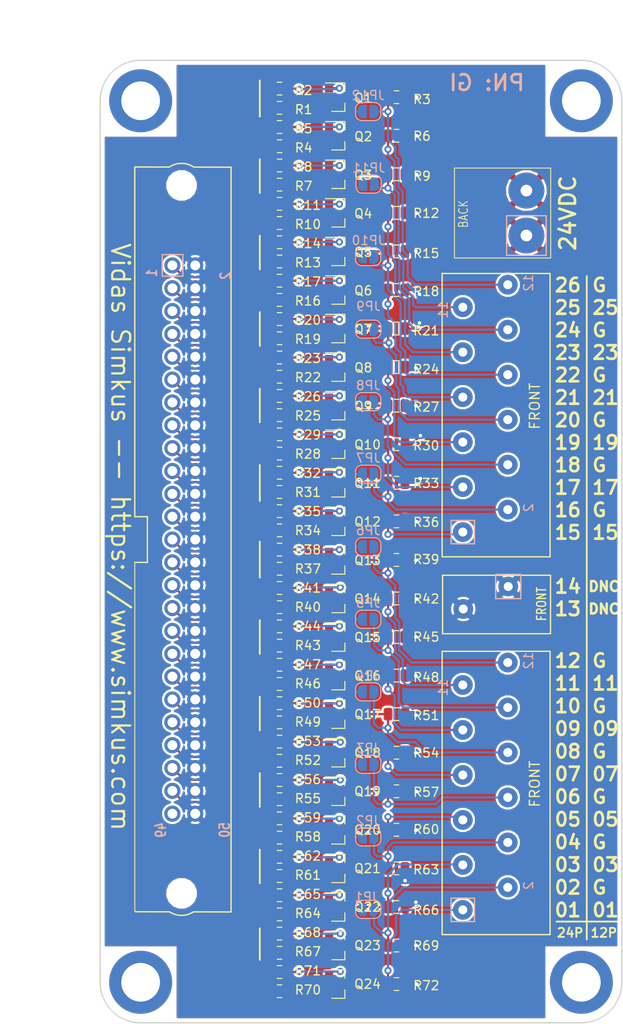
<source format=kicad_pcb>
(kicad_pcb (version 20171130) (host pcbnew 5.0.2-bee76a0~70~ubuntu18.04.1)
  (layers (0 F.Cu signal) (31 B.Cu signal) (34 B.Paste user) (35 F.Paste user) (36 B.SilkS user) (37 F.SilkS user) (38 B.Mask user) (39 F.Mask user) (44 Edge.Cuts user))
  (net 0 "")
  (net 1 "Net-(BOARD1-Pad49)")
  (net 2 GND)
  (net 3 /B24)
  (net 4 /B23)
  (net 5 /B22)
  (net 6 /B21)
  (net 7 /B20)
  (net 8 /B19)
  (net 9 /B18)
  (net 10 /B17)
  (net 11 /B16)
  (net 12 /B15)
  (net 13 /B14)
  (net 14 /B13)
  (net 15 /B12)
  (net 16 /B11)
  (net 17 /B10)
  (net 18 /B09)
  (net 19 /B08)
  (net 20 /B07)
  (net 21 /B06)
  (net 22 /B05)
  (net 23 /B04)
  (net 24 /B03)
  (net 25 /B02)
  (net 26 /B01)
  (net 27 /P24)
  (net 28 /P22)
  (net 29 /P20)
  (net 30 /P18)
  (net 31 /P16)
  (net 32 /P14)
  (net 33 /P12)
  (net 34 /P10)
  (net 35 /P08)
  (net 36 /P06)
  (net 37 /P04)
  (net 38 /P02)
  (net 39 /P11)
  (net 40 /P09)
  (net 41 /P07)
  (net 42 /P05)
  (net 43 /P03)
  (net 44 /P01)
  (net 45 /P13)
  (net 46 /P15)
  (net 47 /P17)
  (net 48 /P19)
  (net 49 /P21)
  (net 50 /P23)
  (net 51 24VDC)
  (net 52 "Net-(Q1-Pad1)")
  (net 53 "Net-(Q2-Pad1)")
  (net 54 "Net-(Q3-Pad1)")
  (net 55 "Net-(Q4-Pad1)")
  (net 56 "Net-(Q5-Pad1)")
  (net 57 "Net-(Q6-Pad1)")
  (net 58 "Net-(Q7-Pad1)")
  (net 59 "Net-(Q8-Pad1)")
  (net 60 "Net-(Q9-Pad1)")
  (net 61 "Net-(Q10-Pad1)")
  (net 62 "Net-(Q11-Pad1)")
  (net 63 "Net-(Q12-Pad1)")
  (net 64 "Net-(Q13-Pad1)")
  (net 65 "Net-(Q14-Pad1)")
  (net 66 "Net-(Q15-Pad1)")
  (net 67 "Net-(Q16-Pad1)")
  (net 68 "Net-(Q17-Pad1)")
  (net 69 "Net-(Q18-Pad1)")
  (net 70 "Net-(Q19-Pad1)")
  (net 71 "Net-(Q20-Pad1)")
  (net 72 "Net-(Q21-Pad1)")
  (net 73 "Net-(Q22-Pad1)")
  (net 74 "Net-(Q23-Pad1)")
  (net 75 "Net-(Q24-Pad1)")
  (module Jumper:SolderJumper-2_P1.3mm_Open_RoundedPad1.0x1.5mm (layer B.Cu) (at 148.8 33.2 180)
    (fp_text reference JP12 (at 0 1.8 180) (layer B.SilkS) (effects (justify mirror)))
    (fp_text value 12P)
    (pad 2 smd custom (at 0.65 0 180) (size 1 0.5) (layers B.Cu B.Mask) (net 2 GND) (options (clearance outline) (anchor rect)) (primitives (gr_circle (center 0 -0.25) (end 0.5 -0.25) (width 0)) (gr_circle (center 0 0.25) (end 0.5 0.25) (width 0)) (gr_poly (pts (xy 0 0.75) (xy -0.5 0.75) (xy -0.5 -0.75) (xy 0 -0.75)) (width 0))))
    (pad 1 smd custom (at -0.65 0 180) (size 1 0.5) (layers B.Cu B.Mask) (net 44 /P01) (options (clearance outline) (anchor rect)) (primitives (gr_circle (center 0 -0.25) (end 0.5 -0.25) (width 0)) (gr_circle (center 0 0.25) (end 0.5 0.25) (width 0)) (gr_poly (pts (xy 0 0.75) (xy 0.5 0.75) (xy 0.5 -0.75) (xy 0 -0.75)) (width 0))))
  )
  (module FOOTPRINTS:2_POS_SCREW_TERM (layer F.Cu) (at 166.39 46.98 90)
    (fp_text reference VDC1 hide)
    (fp_text value Conn_01x02)
    (fp_text user BACK (at 2.389527 -7.008233 90) (layer F.SilkS) (effects (font (size 1 0.8) (thickness 0.1))))
    (pad 2 thru_hole circle (at 5 0 90) (size 4 4) (drill 1.3) (layers *.Cu *.Mask) (net 51 24VDC))
    (pad 1 thru_hole circle (at 0 0 90) (size 4 4) (drill 1.3) (layers *.Cu *.Mask) (net 51 24VDC))
  )
  (module FOOTPRINTS:12_POS_SPRING_TERM (layer F.Cu) (at 159.32 79.95 90)
    (fp_text reference PLC1-2 hide)
    (fp_text value Conn_01x12)
    (fp_text user FRONT (at 14 8 90) (layer F.SilkS) (effects (font (size 1.1 1.1))))
    (fp_text user 12 (at 27.7 7.3 90) (layer B.SilkS) (effects (justify mirror)))
    (fp_text user 11 (at 24.7 -2.2 90) (layer B.SilkS) (effects (justify mirror)))
    (fp_text user 2 (at 2.7 7.3 90) (layer B.SilkS) (effects (justify mirror)))
    (pad 1 thru_hole circle (at 0 0 90) (size 2.2 2.2) (drill 1) (layers *.Cu *.Mask) (net 33 /P12))
    (pad 3 thru_hole circle (at 5 0 90) (size 2.2 2.2) (drill 1) (layers *.Cu *.Mask) (net 34 /P10))
    (pad 5 thru_hole circle (at 10 0 90) (size 2.2 2.2) (drill 1) (layers *.Cu *.Mask) (net 35 /P08))
    (pad 7 thru_hole circle (at 15 0 90) (size 2.2 2.2) (drill 1) (layers *.Cu *.Mask) (net 36 /P06))
    (pad 9 thru_hole circle (at 20 0 90) (size 2.2 2.2) (drill 1) (layers *.Cu *.Mask) (net 37 /P04))
    (pad 11 thru_hole circle (at 25 0 90) (size 2.2 2.2) (drill 1) (layers *.Cu *.Mask) (net 38 /P02))
    (pad 2 thru_hole circle (at 2.5 5 90) (size 2.2 2.2) (drill 1) (layers *.Cu *.Mask) (net 39 /P11))
    (pad 4 thru_hole circle (at 7.5 5 90) (size 2.2 2.2) (drill 1) (layers *.Cu *.Mask) (net 40 /P09))
    (pad 6 thru_hole circle (at 12.5 5 90) (size 2.2 2.2) (drill 1) (layers *.Cu *.Mask) (net 41 /P07))
    (pad 8 thru_hole circle (at 17.5 5 90) (size 2.2 2.2) (drill 1) (layers *.Cu *.Mask) (net 42 /P05))
    (pad 10 thru_hole circle (at 22.5 5 90) (size 2.2 2.2) (drill 1) (layers *.Cu *.Mask) (net 43 /P03))
    (pad 12 thru_hole circle (at 27.5 5 90) (size 2.2 2.2) (drill 1) (layers *.Cu *.Mask) (net 44 /P01))
  )
  (module FOOTPRINTS:12_POS_SPRING_TERM (layer F.Cu) (at 159.32 121.95 90)
    (fp_text reference PLC13-2 hide)
    (fp_text value Conn_01x12)
    (fp_text user FRONT (at 14 8 90) (layer F.SilkS) (effects (font (size 1.1 1.1))))
    (fp_text user 12 (at 27.7 7.3 90) (layer B.SilkS) (effects (justify mirror)))
    (fp_text user 11 (at 24.7 -2.2 90) (layer B.SilkS) (effects (justify mirror)))
    (fp_text user 2 (at 2.7 7.3 90) (layer B.SilkS) (effects (justify mirror)))
    (pad 1 thru_hole circle (at 0 0 90) (size 2.2 2.2) (drill 1) (layers *.Cu *.Mask) (net 27 /P24))
    (pad 3 thru_hole circle (at 5 0 90) (size 2.2 2.2) (drill 1) (layers *.Cu *.Mask) (net 28 /P22))
    (pad 5 thru_hole circle (at 10 0 90) (size 2.2 2.2) (drill 1) (layers *.Cu *.Mask) (net 29 /P20))
    (pad 7 thru_hole circle (at 15 0 90) (size 2.2 2.2) (drill 1) (layers *.Cu *.Mask) (net 30 /P18))
    (pad 9 thru_hole circle (at 20 0 90) (size 2.2 2.2) (drill 1) (layers *.Cu *.Mask) (net 31 /P16))
    (pad 11 thru_hole circle (at 25 0 90) (size 2.2 2.2) (drill 1) (layers *.Cu *.Mask) (net 32 /P14))
    (pad 2 thru_hole circle (at 2.5 5 90) (size 2.2 2.2) (drill 1) (layers *.Cu *.Mask) (net 50 /P23))
    (pad 4 thru_hole circle (at 7.5 5 90) (size 2.2 2.2) (drill 1) (layers *.Cu *.Mask) (net 49 /P21))
    (pad 6 thru_hole circle (at 12.5 5 90) (size 2.2 2.2) (drill 1) (layers *.Cu *.Mask) (net 48 /P19))
    (pad 8 thru_hole circle (at 17.5 5 90) (size 2.2 2.2) (drill 1) (layers *.Cu *.Mask) (net 47 /P17))
    (pad 10 thru_hole circle (at 22.5 5 90) (size 2.2 2.2) (drill 1) (layers *.Cu *.Mask) (net 46 /P15))
    (pad 12 thru_hole circle (at 27.5 5 90) (size 2.2 2.2) (drill 1) (layers *.Cu *.Mask) (net 45 /P13))
  )
  (module FOOTPRINTS:2_POS_SPRING_TERM (layer F.Cu) (at 164.37 86 90)
    (fp_text reference PLC1 hide)
    (fp_text value Conn_01x02)
    (fp_text user FRONT (at -1.95 3.7 90) (layer F.SilkS) (effects (font (size 1 0.8))))
    (pad 2 thru_hole circle (at -2.5 -5 90) (size 2.2 2.2) (drill 1) (layers *.Cu *.Mask) (net 2 GND))
    (pad 1 thru_hole circle (at 0 0 90) (size 2.2 2.2) (drill 1) (layers *.Cu *.Mask) (net 2 GND))
  )
  (module FOOTPRINTS:FCI_50PIN (layer F.Cu) (at 128.05 41.41 270)
    (fp_text reference BOARD1 hide)
    (fp_text value Conn_02x25_Odd_Even)
    (fp_text user 50 (at 70.69 -4.15 270) (layer B.SilkS) (effects (font (size 1.1 0.88) (thickness 0.2)) (justify left top mirror)))
    (fp_text user 2 (at 9.49 -4.25 270) (layer B.SilkS) (effects (font (size 1.1 0.88) (thickness 0.2)) (justify left top mirror)))
    (fp_text user 49 (at 70.69 2.95 270) (layer B.SilkS) (effects (font (size 1.1 0.88) (thickness 0.2)) (justify left top mirror)))
    (fp_text user 1 (at 9.19 3.95 270) (layer B.SilkS) (effects (font (size 1.1 0.88) (thickness 0.2)) (justify left top mirror)))
    (pad 2 thru_hole circle (at 8.89 -1.52 270) (size 1.8 1.8) (drill 1.1) (layers *.Cu *.Mask) (net 2 GND))
    (pad 1 thru_hole circle (at 8.89 1.02 270) (size 1.8 1.8) (drill 1.1) (layers *.Cu *.Mask) (net 26 /B01))
    (pad 4 thru_hole circle (at 11.43 -1.52 270) (size 1.8 1.8) (drill 1.1) (layers *.Cu *.Mask) (net 2 GND))
    (pad 3 thru_hole circle (at 11.43 1.02 270) (size 1.8 1.8) (drill 1.1) (layers *.Cu *.Mask) (net 25 /B02))
    (pad 6 thru_hole circle (at 13.97 -1.52 270) (size 1.8 1.8) (drill 1.1) (layers *.Cu *.Mask) (net 2 GND))
    (pad 5 thru_hole circle (at 13.97 1.02 270) (size 1.8 1.8) (drill 1.1) (layers *.Cu *.Mask) (net 24 /B03))
    (pad 8 thru_hole circle (at 16.51 -1.52 270) (size 1.8 1.8) (drill 1.1) (layers *.Cu *.Mask) (net 2 GND))
    (pad 7 thru_hole circle (at 16.51 1.02 270) (size 1.8 1.8) (drill 1.1) (layers *.Cu *.Mask) (net 23 /B04))
    (pad 10 thru_hole circle (at 19.05 -1.52 270) (size 1.8 1.8) (drill 1.1) (layers *.Cu *.Mask) (net 2 GND))
    (pad 9 thru_hole circle (at 19.05 1.02 270) (size 1.8 1.8) (drill 1.1) (layers *.Cu *.Mask) (net 22 /B05))
    (pad 12 thru_hole circle (at 21.59 -1.52 270) (size 1.8 1.8) (drill 1.1) (layers *.Cu *.Mask) (net 2 GND))
    (pad 11 thru_hole circle (at 21.59 1.02 270) (size 1.8 1.8) (drill 1.1) (layers *.Cu *.Mask) (net 21 /B06))
    (pad 14 thru_hole circle (at 24.13 -1.52 270) (size 1.8 1.8) (drill 1.1) (layers *.Cu *.Mask) (net 2 GND))
    (pad 13 thru_hole circle (at 24.13 1.02 270) (size 1.8 1.8) (drill 1.1) (layers *.Cu *.Mask) (net 20 /B07))
    (pad 16 thru_hole circle (at 26.67 -1.52 270) (size 1.8 1.8) (drill 1.1) (layers *.Cu *.Mask) (net 2 GND))
    (pad 15 thru_hole circle (at 26.67 1.02 270) (size 1.8 1.8) (drill 1.1) (layers *.Cu *.Mask) (net 19 /B08))
    (pad 18 thru_hole circle (at 29.21 -1.52 270) (size 1.8 1.8) (drill 1.1) (layers *.Cu *.Mask) (net 2 GND))
    (pad 17 thru_hole circle (at 29.21 1.02 270) (size 1.8 1.8) (drill 1.1) (layers *.Cu *.Mask) (net 18 /B09))
    (pad 20 thru_hole circle (at 31.75 -1.52 270) (size 1.8 1.8) (drill 1.1) (layers *.Cu *.Mask) (net 2 GND))
    (pad 19 thru_hole circle (at 31.75 1.02 270) (size 1.8 1.8) (drill 1.1) (layers *.Cu *.Mask) (net 17 /B10))
    (pad 22 thru_hole circle (at 34.29 -1.52 270) (size 1.8 1.8) (drill 1.1) (layers *.Cu *.Mask) (net 2 GND))
    (pad 21 thru_hole circle (at 34.29 1.02 270) (size 1.8 1.8) (drill 1.1) (layers *.Cu *.Mask) (net 16 /B11))
    (pad 24 thru_hole circle (at 36.83 -1.52 270) (size 1.8 1.8) (drill 1.1) (layers *.Cu *.Mask) (net 2 GND))
    (pad 23 thru_hole circle (at 36.83 1.02 270) (size 1.8 1.8) (drill 1.1) (layers *.Cu *.Mask) (net 15 /B12))
    (pad 26 thru_hole circle (at 39.37 -1.52 270) (size 1.8 1.8) (drill 1.1) (layers *.Cu *.Mask) (net 2 GND))
    (pad 25 thru_hole circle (at 39.37 1.02 270) (size 1.8 1.8) (drill 1.1) (layers *.Cu *.Mask) (net 14 /B13))
    (pad 28 thru_hole circle (at 41.91 -1.52 270) (size 1.8 1.8) (drill 1.1) (layers *.Cu *.Mask) (net 2 GND))
    (pad 27 thru_hole circle (at 41.91 1.02 270) (size 1.8 1.8) (drill 1.1) (layers *.Cu *.Mask) (net 13 /B14))
    (pad 30 thru_hole circle (at 44.45 -1.52 270) (size 1.8 1.8) (drill 1.1) (layers *.Cu *.Mask) (net 2 GND))
    (pad 29 thru_hole circle (at 44.45 1.02 270) (size 1.8 1.8) (drill 1.1) (layers *.Cu *.Mask) (net 12 /B15))
    (pad 32 thru_hole circle (at 46.99 -1.52 270) (size 1.8 1.8) (drill 1.1) (layers *.Cu *.Mask) (net 2 GND))
    (pad 31 thru_hole circle (at 46.99 1.02 270) (size 1.8 1.8) (drill 1.1) (layers *.Cu *.Mask) (net 11 /B16))
    (pad 34 thru_hole circle (at 49.53 -1.52 270) (size 1.8 1.8) (drill 1.1) (layers *.Cu *.Mask) (net 2 GND))
    (pad 33 thru_hole circle (at 49.53 1.02 270) (size 1.8 1.8) (drill 1.1) (layers *.Cu *.Mask) (net 10 /B17))
    (pad 36 thru_hole circle (at 52.07 -1.52 270) (size 1.8 1.8) (drill 1.1) (layers *.Cu *.Mask) (net 2 GND))
    (pad 35 thru_hole circle (at 52.07 1.02 270) (size 1.8 1.8) (drill 1.1) (layers *.Cu *.Mask) (net 9 /B18))
    (pad 38 thru_hole circle (at 54.61 -1.52 270) (size 1.8 1.8) (drill 1.1) (layers *.Cu *.Mask) (net 2 GND))
    (pad 37 thru_hole circle (at 54.61 1.02 270) (size 1.8 1.8) (drill 1.1) (layers *.Cu *.Mask) (net 8 /B19))
    (pad 40 thru_hole circle (at 57.15 -1.52 270) (size 1.8 1.8) (drill 1.1) (layers *.Cu *.Mask) (net 2 GND))
    (pad 39 thru_hole circle (at 57.15 1.02 270) (size 1.8 1.8) (drill 1.1) (layers *.Cu *.Mask) (net 7 /B20))
    (pad 42 thru_hole circle (at 59.69 -1.52 270) (size 1.8 1.8) (drill 1.1) (layers *.Cu *.Mask) (net 2 GND))
    (pad 41 thru_hole circle (at 59.69 1.02 270) (size 1.8 1.8) (drill 1.1) (layers *.Cu *.Mask) (net 6 /B21))
    (pad 44 thru_hole circle (at 62.23 -1.52 270) (size 1.8 1.8) (drill 1.1) (layers *.Cu *.Mask) (net 2 GND))
    (pad 43 thru_hole circle (at 62.23 1.02 270) (size 1.8 1.8) (drill 1.1) (layers *.Cu *.Mask) (net 5 /B22))
    (pad 46 thru_hole circle (at 64.77 -1.52 270) (size 1.8 1.8) (drill 1.1) (layers *.Cu *.Mask) (net 2 GND))
    (pad 45 thru_hole circle (at 64.77 1.02 270) (size 1.8 1.8) (drill 1.1) (layers *.Cu *.Mask) (net 4 /B23))
    (pad 48 thru_hole circle (at 67.31 -1.52 270) (size 1.8 1.8) (drill 1.1) (layers *.Cu *.Mask) (net 2 GND))
    (pad 47 thru_hole circle (at 67.31 1.02 270) (size 1.8 1.8) (drill 1.1) (layers *.Cu *.Mask) (net 3 /B24))
    (pad 50 thru_hole circle (at 69.85 -1.52 270) (size 1.8 1.8) (drill 1.1) (layers *.Cu *.Mask) (net 2 GND))
    (pad 49 thru_hole circle (at 69.85 1.02 270) (size 1.8 1.8) (drill 1.1) (layers *.Cu *.Mask) (net 1 "Net-(BOARD1-Pad49)"))
    (pad "" np_thru_hole circle (at 0 0 270) (size 2.9 2.9) (drill 2.9) (layers *.Cu *.Mask))
    (pad "" np_thru_hole circle (at 78.7 0 270) (size 2.9 2.9) (drill 2.9) (layers *.Cu *.Mask))
  )
  (module Jumper:SolderJumper-2_P1.3mm_Open_RoundedPad1.0x1.5mm (layer B.Cu) (at 148.8 121.9 180)
    (fp_text reference JP1 (at 0.174999 1.385001 180) (layer B.SilkS) (effects (justify mirror)))
    (fp_text value 12P)
    (pad 2 smd custom (at 0.65 0 180) (size 1 0.5) (layers B.Cu B.Mask) (net 2 GND) (options (clearance outline) (anchor rect)) (primitives (gr_circle (center 0 -0.25) (end 0.5 -0.25) (width 0)) (gr_circle (center 0 0.25) (end 0.5 0.25) (width 0)) (gr_poly (pts (xy 0 0.75) (xy -0.5 0.75) (xy -0.5 -0.75) (xy 0 -0.75)) (width 0))))
    (pad 1 smd custom (at -0.65 0 180) (size 1 0.5) (layers B.Cu B.Mask) (net 50 /P23) (options (clearance outline) (anchor rect)) (primitives (gr_circle (center 0 -0.25) (end 0.5 -0.25) (width 0)) (gr_circle (center 0 0.25) (end 0.5 0.25) (width 0)) (gr_poly (pts (xy 0 0.75) (xy 0.5 0.75) (xy 0.5 -0.75) (xy 0 -0.75)) (width 0))))
  )
  (module Jumper:SolderJumper-2_P1.3mm_Open_RoundedPad1.0x1.5mm (layer B.Cu) (at 148.8 113.83636 180)
    (fp_text reference JP2 (at 0 1.8 180) (layer B.SilkS) (effects (justify mirror)))
    (fp_text value 12P)
    (pad 2 smd custom (at 0.65 0 180) (size 1 0.5) (layers B.Cu B.Mask) (net 2 GND) (options (clearance outline) (anchor rect)) (primitives (gr_circle (center 0 -0.25) (end 0.5 -0.25) (width 0)) (gr_circle (center 0 0.25) (end 0.5 0.25) (width 0)) (gr_poly (pts (xy 0 0.75) (xy -0.5 0.75) (xy -0.5 -0.75) (xy 0 -0.75)) (width 0))))
    (pad 1 smd custom (at -0.65 0 180) (size 1 0.5) (layers B.Cu B.Mask) (net 49 /P21) (options (clearance outline) (anchor rect)) (primitives (gr_circle (center 0 -0.25) (end 0.5 -0.25) (width 0)) (gr_circle (center 0 0.25) (end 0.5 0.25) (width 0)) (gr_poly (pts (xy 0 0.75) (xy 0.5 0.75) (xy 0.5 -0.75) (xy 0 -0.75)) (width 0))))
  )
  (module Jumper:SolderJumper-2_P1.3mm_Open_RoundedPad1.0x1.5mm (layer B.Cu) (at 148.8 105.772724 180)
    (fp_text reference JP3 (at 0 1.8 180) (layer B.SilkS) (effects (justify mirror)))
    (fp_text value 12P)
    (pad 1 smd custom (at -0.65 0 180) (size 1 0.5) (layers B.Cu B.Mask) (net 48 /P19) (options (clearance outline) (anchor rect)) (primitives (gr_circle (center 0 -0.25) (end 0.5 -0.25) (width 0)) (gr_circle (center 0 0.25) (end 0.5 0.25) (width 0)) (gr_poly (pts (xy 0 0.75) (xy 0.5 0.75) (xy 0.5 -0.75) (xy 0 -0.75)) (width 0))))
    (pad 2 smd custom (at 0.65 0 180) (size 1 0.5) (layers B.Cu B.Mask) (net 2 GND) (options (clearance outline) (anchor rect)) (primitives (gr_circle (center 0 -0.25) (end 0.5 -0.25) (width 0)) (gr_circle (center 0 0.25) (end 0.5 0.25) (width 0)) (gr_poly (pts (xy 0 0.75) (xy -0.5 0.75) (xy -0.5 -0.75) (xy 0 -0.75)) (width 0))))
  )
  (module Jumper:SolderJumper-2_P1.3mm_Open_RoundedPad1.0x1.5mm (layer B.Cu) (at 148.8 97.709088 180)
    (fp_text reference JP4 (at 0 1.8 180) (layer B.SilkS) (effects (justify mirror)))
    (fp_text value 12P)
    (pad 2 smd custom (at 0.65 0 180) (size 1 0.5) (layers B.Cu B.Mask) (net 2 GND) (options (clearance outline) (anchor rect)) (primitives (gr_circle (center 0 -0.25) (end 0.5 -0.25) (width 0)) (gr_circle (center 0 0.25) (end 0.5 0.25) (width 0)) (gr_poly (pts (xy 0 0.75) (xy -0.5 0.75) (xy -0.5 -0.75) (xy 0 -0.75)) (width 0))))
    (pad 1 smd custom (at -0.65 0 180) (size 1 0.5) (layers B.Cu B.Mask) (net 47 /P17) (options (clearance outline) (anchor rect)) (primitives (gr_circle (center 0 -0.25) (end 0.5 -0.25) (width 0)) (gr_circle (center 0 0.25) (end 0.5 0.25) (width 0)) (gr_poly (pts (xy 0 0.75) (xy 0.5 0.75) (xy 0.5 -0.75) (xy 0 -0.75)) (width 0))))
  )
  (module Jumper:SolderJumper-2_P1.3mm_Open_RoundedPad1.0x1.5mm (layer B.Cu) (at 148.8 89.645452 180)
    (fp_text reference JP5 (at 0 1.8 180) (layer B.SilkS) (effects (justify mirror)))
    (fp_text value 12P)
    (pad 1 smd custom (at -0.65 0 180) (size 1 0.5) (layers B.Cu B.Mask) (net 46 /P15) (options (clearance outline) (anchor rect)) (primitives (gr_circle (center 0 -0.25) (end 0.5 -0.25) (width 0)) (gr_circle (center 0 0.25) (end 0.5 0.25) (width 0)) (gr_poly (pts (xy 0 0.75) (xy 0.5 0.75) (xy 0.5 -0.75) (xy 0 -0.75)) (width 0))))
    (pad 2 smd custom (at 0.65 0 180) (size 1 0.5) (layers B.Cu B.Mask) (net 2 GND) (options (clearance outline) (anchor rect)) (primitives (gr_circle (center 0 -0.25) (end 0.5 -0.25) (width 0)) (gr_circle (center 0 0.25) (end 0.5 0.25) (width 0)) (gr_poly (pts (xy 0 0.75) (xy -0.5 0.75) (xy -0.5 -0.75) (xy 0 -0.75)) (width 0))))
  )
  (module Jumper:SolderJumper-2_P1.3mm_Open_RoundedPad1.0x1.5mm (layer B.Cu) (at 148.8 81.581816 180)
    (fp_text reference JP6 (at 0 1.8 180) (layer B.SilkS) (effects (justify mirror)))
    (fp_text value 12P)
    (pad 1 smd custom (at -0.65 0 180) (size 1 0.5) (layers B.Cu B.Mask) (net 45 /P13) (options (clearance outline) (anchor rect)) (primitives (gr_circle (center 0 -0.25) (end 0.5 -0.25) (width 0)) (gr_circle (center 0 0.25) (end 0.5 0.25) (width 0)) (gr_poly (pts (xy 0 0.75) (xy 0.5 0.75) (xy 0.5 -0.75) (xy 0 -0.75)) (width 0))))
    (pad 2 smd custom (at 0.65 0 180) (size 1 0.5) (layers B.Cu B.Mask) (net 2 GND) (options (clearance outline) (anchor rect)) (primitives (gr_circle (center 0 -0.25) (end 0.5 -0.25) (width 0)) (gr_circle (center 0 0.25) (end 0.5 0.25) (width 0)) (gr_poly (pts (xy 0 0.75) (xy -0.5 0.75) (xy -0.5 -0.75) (xy 0 -0.75)) (width 0))))
  )
  (module Jumper:SolderJumper-2_P1.3mm_Open_RoundedPad1.0x1.5mm (layer B.Cu) (at 148.8 73.51818 180)
    (fp_text reference JP7 (at 0 1.8 180) (layer B.SilkS) (effects (justify mirror)))
    (fp_text value 12P)
    (pad 1 smd custom (at -0.65 0 180) (size 1 0.5) (layers B.Cu B.Mask) (net 39 /P11) (options (clearance outline) (anchor rect)) (primitives (gr_circle (center 0 -0.25) (end 0.5 -0.25) (width 0)) (gr_circle (center 0 0.25) (end 0.5 0.25) (width 0)) (gr_poly (pts (xy 0 0.75) (xy 0.5 0.75) (xy 0.5 -0.75) (xy 0 -0.75)) (width 0))))
    (pad 2 smd custom (at 0.65 0 180) (size 1 0.5) (layers B.Cu B.Mask) (net 2 GND) (options (clearance outline) (anchor rect)) (primitives (gr_circle (center 0 -0.25) (end 0.5 -0.25) (width 0)) (gr_circle (center 0 0.25) (end 0.5 0.25) (width 0)) (gr_poly (pts (xy 0 0.75) (xy -0.5 0.75) (xy -0.5 -0.75) (xy 0 -0.75)) (width 0))))
  )
  (module Jumper:SolderJumper-2_P1.3mm_Open_RoundedPad1.0x1.5mm (layer B.Cu) (at 148.8 65.454544 180)
    (fp_text reference JP8 (at 0 1.8 180) (layer B.SilkS) (effects (justify mirror)))
    (fp_text value 12P)
    (pad 2 smd custom (at 0.65 0 180) (size 1 0.5) (layers B.Cu B.Mask) (net 2 GND) (options (clearance outline) (anchor rect)) (primitives (gr_circle (center 0 -0.25) (end 0.5 -0.25) (width 0)) (gr_circle (center 0 0.25) (end 0.5 0.25) (width 0)) (gr_poly (pts (xy 0 0.75) (xy -0.5 0.75) (xy -0.5 -0.75) (xy 0 -0.75)) (width 0))))
    (pad 1 smd custom (at -0.65 0 180) (size 1 0.5) (layers B.Cu B.Mask) (net 40 /P09) (options (clearance outline) (anchor rect)) (primitives (gr_circle (center 0 -0.25) (end 0.5 -0.25) (width 0)) (gr_circle (center 0 0.25) (end 0.5 0.25) (width 0)) (gr_poly (pts (xy 0 0.75) (xy 0.5 0.75) (xy 0.5 -0.75) (xy 0 -0.75)) (width 0))))
  )
  (module Jumper:SolderJumper-2_P1.3mm_Open_RoundedPad1.0x1.5mm (layer B.Cu) (at 148.8 57.390908 180)
    (fp_text reference JP9 (at -0.025001 2.535001 180) (layer B.SilkS) (effects (justify mirror)))
    (fp_text value 12P)
    (pad 1 smd custom (at -0.65 0 180) (size 1 0.5) (layers B.Cu B.Mask) (net 41 /P07) (options (clearance outline) (anchor rect)) (primitives (gr_circle (center 0 -0.25) (end 0.5 -0.25) (width 0)) (gr_circle (center 0 0.25) (end 0.5 0.25) (width 0)) (gr_poly (pts (xy 0 0.75) (xy 0.5 0.75) (xy 0.5 -0.75) (xy 0 -0.75)) (width 0))))
    (pad 2 smd custom (at 0.65 0 180) (size 1 0.5) (layers B.Cu B.Mask) (net 2 GND) (options (clearance outline) (anchor rect)) (primitives (gr_circle (center 0 -0.25) (end 0.5 -0.25) (width 0)) (gr_circle (center 0 0.25) (end 0.5 0.25) (width 0)) (gr_poly (pts (xy 0 0.75) (xy -0.5 0.75) (xy -0.5 -0.75) (xy 0 -0.75)) (width 0))))
  )
  (module Jumper:SolderJumper-2_P1.3mm_Open_RoundedPad1.0x1.5mm (layer B.Cu) (at 148.8 49.327272 180)
    (fp_text reference JP10 (at 0 1.8 180) (layer B.SilkS) (effects (justify mirror)))
    (fp_text value 12P)
    (pad 2 smd custom (at 0.65 0 180) (size 1 0.5) (layers B.Cu B.Mask) (net 2 GND) (options (clearance outline) (anchor rect)) (primitives (gr_circle (center 0 -0.25) (end 0.5 -0.25) (width 0)) (gr_circle (center 0 0.25) (end 0.5 0.25) (width 0)) (gr_poly (pts (xy 0 0.75) (xy -0.5 0.75) (xy -0.5 -0.75) (xy 0 -0.75)) (width 0))))
    (pad 1 smd custom (at -0.65 0 180) (size 1 0.5) (layers B.Cu B.Mask) (net 42 /P05) (options (clearance outline) (anchor rect)) (primitives (gr_circle (center 0 -0.25) (end 0.5 -0.25) (width 0)) (gr_circle (center 0 0.25) (end 0.5 0.25) (width 0)) (gr_poly (pts (xy 0 0.75) (xy 0.5 0.75) (xy 0.5 -0.75) (xy 0 -0.75)) (width 0))))
  )
  (module Jumper:SolderJumper-2_P1.3mm_Open_RoundedPad1.0x1.5mm (layer B.Cu) (at 148.85 41.263636 180)
    (fp_text reference JP11 (at 0 1.8 180) (layer B.SilkS) (effects (justify mirror)))
    (fp_text value 12P)
    (pad 1 smd custom (at -0.65 0 180) (size 1 0.5) (layers B.Cu B.Mask) (net 43 /P03) (options (clearance outline) (anchor rect)) (primitives (gr_circle (center 0 -0.25) (end 0.5 -0.25) (width 0)) (gr_circle (center 0 0.25) (end 0.5 0.25) (width 0)) (gr_poly (pts (xy 0 0.75) (xy 0.5 0.75) (xy 0.5 -0.75) (xy 0 -0.75)) (width 0))))
    (pad 2 smd custom (at 0.65 0 180) (size 1 0.5) (layers B.Cu B.Mask) (net 2 GND) (options (clearance outline) (anchor rect)) (primitives (gr_circle (center 0 -0.25) (end 0.5 -0.25) (width 0)) (gr_circle (center 0 0.25) (end 0.5 0.25) (width 0)) (gr_poly (pts (xy 0 0.75) (xy -0.5 0.75) (xy -0.5 -0.75) (xy 0 -0.75)) (width 0))))
  )
  (module Package_TO_SOT_SMD:SOT-23 (layer F.Cu) (at 145.45 31.6)
    (fp_text reference Q1 (at 2.8 0.1) (layer F.SilkS))
    (fp_text value Q_NPN_CBE)
    (pad 3 smd rect (at 1 0) (size 0.9 0.8) (layers F.Cu F.Paste F.Mask) (net 44 /P01))
    (pad 2 smd rect (at -1 0.95) (size 0.9 0.8) (layers F.Cu F.Paste F.Mask) (net 51 24VDC))
    (pad 1 smd rect (at -1 -0.95) (size 0.9 0.8) (layers F.Cu F.Paste F.Mask) (net 52 "Net-(Q1-Pad1)"))
  )
  (module Package_TO_SOT_SMD:SOT-23 (layer F.Cu) (at 145.45 35.886956)
    (fp_text reference Q2 (at 2.8 0.095652) (layer F.SilkS))
    (fp_text value Q_NPN_CBE)
    (pad 1 smd rect (at -1 -0.95) (size 0.9 0.8) (layers F.Cu F.Paste F.Mask) (net 53 "Net-(Q2-Pad1)"))
    (pad 2 smd rect (at -1 0.95) (size 0.9 0.8) (layers F.Cu F.Paste F.Mask) (net 51 24VDC))
    (pad 3 smd rect (at 1 0) (size 0.9 0.8) (layers F.Cu F.Paste F.Mask) (net 38 /P02))
  )
  (module Package_TO_SOT_SMD:SOT-23 (layer F.Cu) (at 145.45 40.173912)
    (fp_text reference Q3 (at 2.8 0.091304) (layer F.SilkS))
    (fp_text value Q_NPN_CBE)
    (pad 1 smd rect (at -1 -0.95) (size 0.9 0.8) (layers F.Cu F.Paste F.Mask) (net 54 "Net-(Q3-Pad1)"))
    (pad 2 smd rect (at -1 0.95) (size 0.9 0.8) (layers F.Cu F.Paste F.Mask) (net 51 24VDC))
    (pad 3 smd rect (at 1 0) (size 0.9 0.8) (layers F.Cu F.Paste F.Mask) (net 43 /P03))
  )
  (module Package_TO_SOT_SMD:SOT-23 (layer F.Cu) (at 145.45 44.460868)
    (fp_text reference Q4 (at 2.8 0.086956) (layer F.SilkS))
    (fp_text value Q_NPN_CBE)
    (pad 1 smd rect (at -1 -0.95) (size 0.9 0.8) (layers F.Cu F.Paste F.Mask) (net 55 "Net-(Q4-Pad1)"))
    (pad 2 smd rect (at -1 0.95) (size 0.9 0.8) (layers F.Cu F.Paste F.Mask) (net 51 24VDC))
    (pad 3 smd rect (at 1 0) (size 0.9 0.8) (layers F.Cu F.Paste F.Mask) (net 37 /P04))
  )
  (module Package_TO_SOT_SMD:SOT-23 (layer F.Cu) (at 145.45 48.747824)
    (fp_text reference Q5 (at 2.8 0.082608) (layer F.SilkS))
    (fp_text value Q_NPN_CBE)
    (pad 3 smd rect (at 1 0) (size 0.9 0.8) (layers F.Cu F.Paste F.Mask) (net 42 /P05))
    (pad 2 smd rect (at -1 0.95) (size 0.9 0.8) (layers F.Cu F.Paste F.Mask) (net 51 24VDC))
    (pad 1 smd rect (at -1 -0.95) (size 0.9 0.8) (layers F.Cu F.Paste F.Mask) (net 56 "Net-(Q5-Pad1)"))
  )
  (module Package_TO_SOT_SMD:SOT-23 (layer F.Cu) (at 145.45 53.03478)
    (fp_text reference Q6 (at 2.8 0.07826) (layer F.SilkS))
    (fp_text value Q_NPN_CBE)
    (pad 3 smd rect (at 1 0) (size 0.9 0.8) (layers F.Cu F.Paste F.Mask) (net 36 /P06))
    (pad 2 smd rect (at -1 0.95) (size 0.9 0.8) (layers F.Cu F.Paste F.Mask) (net 51 24VDC))
    (pad 1 smd rect (at -1 -0.95) (size 0.9 0.8) (layers F.Cu F.Paste F.Mask) (net 57 "Net-(Q6-Pad1)"))
  )
  (module Package_TO_SOT_SMD:SOT-23 (layer F.Cu) (at 145.45 57.321736)
    (fp_text reference Q7 (at 2.8 0.073912) (layer F.SilkS))
    (fp_text value Q_NPN_CBE)
    (pad 1 smd rect (at -1 -0.95) (size 0.9 0.8) (layers F.Cu F.Paste F.Mask) (net 58 "Net-(Q7-Pad1)"))
    (pad 2 smd rect (at -1 0.95) (size 0.9 0.8) (layers F.Cu F.Paste F.Mask) (net 51 24VDC))
    (pad 3 smd rect (at 1 0) (size 0.9 0.8) (layers F.Cu F.Paste F.Mask) (net 41 /P07))
  )
  (module Package_TO_SOT_SMD:SOT-23 (layer F.Cu) (at 145.45 61.608692)
    (fp_text reference Q8 (at 2.8 0.069564) (layer F.SilkS))
    (fp_text value Q_NPN_CBE)
    (pad 1 smd rect (at -1 -0.95) (size 0.9 0.8) (layers F.Cu F.Paste F.Mask) (net 59 "Net-(Q8-Pad1)"))
    (pad 2 smd rect (at -1 0.95) (size 0.9 0.8) (layers F.Cu F.Paste F.Mask) (net 51 24VDC))
    (pad 3 smd rect (at 1 0) (size 0.9 0.8) (layers F.Cu F.Paste F.Mask) (net 35 /P08))
  )
  (module Package_TO_SOT_SMD:SOT-23 (layer F.Cu) (at 145.45 65.895648)
    (fp_text reference Q9 (at 2.8 0.065216) (layer F.SilkS))
    (fp_text value Q_NPN_CBE)
    (pad 1 smd rect (at -1 -0.95) (size 0.9 0.8) (layers F.Cu F.Paste F.Mask) (net 60 "Net-(Q9-Pad1)"))
    (pad 2 smd rect (at -1 0.95) (size 0.9 0.8) (layers F.Cu F.Paste F.Mask) (net 51 24VDC))
    (pad 3 smd rect (at 1 0) (size 0.9 0.8) (layers F.Cu F.Paste F.Mask) (net 40 /P09))
  )
  (module Package_TO_SOT_SMD:SOT-23 (layer F.Cu) (at 145.45 70.182604)
    (fp_text reference Q10 (at 3.27619 0.060868) (layer F.SilkS))
    (fp_text value Q_NPN_CBE)
    (pad 3 smd rect (at 1 0) (size 0.9 0.8) (layers F.Cu F.Paste F.Mask) (net 34 /P10))
    (pad 2 smd rect (at -1 0.95) (size 0.9 0.8) (layers F.Cu F.Paste F.Mask) (net 51 24VDC))
    (pad 1 smd rect (at -1 -0.95) (size 0.9 0.8) (layers F.Cu F.Paste F.Mask) (net 61 "Net-(Q10-Pad1)"))
  )
  (module Package_TO_SOT_SMD:SOT-23 (layer F.Cu) (at 145.45 74.46956)
    (fp_text reference Q11 (at 3.27619 0.05652) (layer F.SilkS))
    (fp_text value Q_NPN_CBE)
    (pad 3 smd rect (at 1 0) (size 0.9 0.8) (layers F.Cu F.Paste F.Mask) (net 39 /P11))
    (pad 2 smd rect (at -1 0.95) (size 0.9 0.8) (layers F.Cu F.Paste F.Mask) (net 51 24VDC))
    (pad 1 smd rect (at -1 -0.95) (size 0.9 0.8) (layers F.Cu F.Paste F.Mask) (net 62 "Net-(Q11-Pad1)"))
  )
  (module Package_TO_SOT_SMD:SOT-23 (layer F.Cu) (at 145.45 78.756516)
    (fp_text reference Q12 (at 3.27619 0.052172) (layer F.SilkS))
    (fp_text value Q_NPN_CBE)
    (pad 1 smd rect (at -1 -0.95) (size 0.9 0.8) (layers F.Cu F.Paste F.Mask) (net 63 "Net-(Q12-Pad1)"))
    (pad 2 smd rect (at -1 0.95) (size 0.9 0.8) (layers F.Cu F.Paste F.Mask) (net 51 24VDC))
    (pad 3 smd rect (at 1 0) (size 0.9 0.8) (layers F.Cu F.Paste F.Mask) (net 33 /P12))
  )
  (module Package_TO_SOT_SMD:SOT-23 (layer F.Cu) (at 145.45 83.043472)
    (fp_text reference Q13 (at 3.27619 0.047824) (layer F.SilkS))
    (fp_text value Q_NPN_CBE)
    (pad 3 smd rect (at 1 0) (size 0.9 0.8) (layers F.Cu F.Paste F.Mask) (net 45 /P13))
    (pad 2 smd rect (at -1 0.95) (size 0.9 0.8) (layers F.Cu F.Paste F.Mask) (net 51 24VDC))
    (pad 1 smd rect (at -1 -0.95) (size 0.9 0.8) (layers F.Cu F.Paste F.Mask) (net 64 "Net-(Q13-Pad1)"))
  )
  (module Package_TO_SOT_SMD:SOT-23 (layer F.Cu) (at 145.45 87.330428)
    (fp_text reference Q14 (at 3.27619 0.043476) (layer F.SilkS))
    (fp_text value Q_NPN_CBE)
    (pad 3 smd rect (at 1 0) (size 0.9 0.8) (layers F.Cu F.Paste F.Mask) (net 32 /P14))
    (pad 2 smd rect (at -1 0.95) (size 0.9 0.8) (layers F.Cu F.Paste F.Mask) (net 51 24VDC))
    (pad 1 smd rect (at -1 -0.95) (size 0.9 0.8) (layers F.Cu F.Paste F.Mask) (net 65 "Net-(Q14-Pad1)"))
  )
  (module Package_TO_SOT_SMD:SOT-23 (layer F.Cu) (at 145.45 91.617384)
    (fp_text reference Q15 (at 3.27619 0.039128) (layer F.SilkS))
    (fp_text value Q_NPN_CBE)
    (pad 3 smd rect (at 1 0) (size 0.9 0.8) (layers F.Cu F.Paste F.Mask) (net 46 /P15))
    (pad 2 smd rect (at -1 0.95) (size 0.9 0.8) (layers F.Cu F.Paste F.Mask) (net 51 24VDC))
    (pad 1 smd rect (at -1 -0.95) (size 0.9 0.8) (layers F.Cu F.Paste F.Mask) (net 66 "Net-(Q15-Pad1)"))
  )
  (module Package_TO_SOT_SMD:SOT-23 (layer F.Cu) (at 145.45 95.90434)
    (fp_text reference Q16 (at 3.27619 0.03478) (layer F.SilkS))
    (fp_text value Q_NPN_CBE)
    (pad 3 smd rect (at 1 0) (size 0.9 0.8) (layers F.Cu F.Paste F.Mask) (net 31 /P16))
    (pad 2 smd rect (at -1 0.95) (size 0.9 0.8) (layers F.Cu F.Paste F.Mask) (net 51 24VDC))
    (pad 1 smd rect (at -1 -0.95) (size 0.9 0.8) (layers F.Cu F.Paste F.Mask) (net 67 "Net-(Q16-Pad1)"))
  )
  (module Package_TO_SOT_SMD:SOT-23 (layer F.Cu) (at 145.45 100.191296)
    (fp_text reference Q17 (at 3.27619 0.030432) (layer F.SilkS))
    (fp_text value Q_NPN_CBE)
    (pad 1 smd rect (at -1 -0.95) (size 0.9 0.8) (layers F.Cu F.Paste F.Mask) (net 68 "Net-(Q17-Pad1)"))
    (pad 2 smd rect (at -1 0.95) (size 0.9 0.8) (layers F.Cu F.Paste F.Mask) (net 51 24VDC))
    (pad 3 smd rect (at 1 0) (size 0.9 0.8) (layers F.Cu F.Paste F.Mask) (net 47 /P17))
  )
  (module Package_TO_SOT_SMD:SOT-23 (layer F.Cu) (at 145.45 104.478252)
    (fp_text reference Q18 (at 3.27619 0.026084) (layer F.SilkS))
    (fp_text value Q_NPN_CBE)
    (pad 1 smd rect (at -1 -0.95) (size 0.9 0.8) (layers F.Cu F.Paste F.Mask) (net 69 "Net-(Q18-Pad1)"))
    (pad 2 smd rect (at -1 0.95) (size 0.9 0.8) (layers F.Cu F.Paste F.Mask) (net 51 24VDC))
    (pad 3 smd rect (at 1 0) (size 0.9 0.8) (layers F.Cu F.Paste F.Mask) (net 30 /P18))
  )
  (module Package_TO_SOT_SMD:SOT-23 (layer F.Cu) (at 145.45 108.765208)
    (fp_text reference Q19 (at 3.27619 0.021736) (layer F.SilkS))
    (fp_text value Q_NPN_CBE)
    (pad 1 smd rect (at -1 -0.95) (size 0.9 0.8) (layers F.Cu F.Paste F.Mask) (net 70 "Net-(Q19-Pad1)"))
    (pad 2 smd rect (at -1 0.95) (size 0.9 0.8) (layers F.Cu F.Paste F.Mask) (net 51 24VDC))
    (pad 3 smd rect (at 1 0) (size 0.9 0.8) (layers F.Cu F.Paste F.Mask) (net 48 /P19))
  )
  (module Package_TO_SOT_SMD:SOT-23 (layer F.Cu) (at 145.45 113.052164)
    (fp_text reference Q20 (at 3.27619 0.017388) (layer F.SilkS))
    (fp_text value Q_NPN_CBE)
    (pad 3 smd rect (at 1 0) (size 0.9 0.8) (layers F.Cu F.Paste F.Mask) (net 29 /P20))
    (pad 2 smd rect (at -1 0.95) (size 0.9 0.8) (layers F.Cu F.Paste F.Mask) (net 51 24VDC))
    (pad 1 smd rect (at -1 -0.95) (size 0.9 0.8) (layers F.Cu F.Paste F.Mask) (net 71 "Net-(Q20-Pad1)"))
  )
  (module Package_TO_SOT_SMD:SOT-23 (layer F.Cu) (at 145.45 117.33912)
    (fp_text reference Q21 (at 3.27619 0.01304) (layer F.SilkS))
    (fp_text value Q_NPN_CBE)
    (pad 1 smd rect (at -1 -0.95) (size 0.9 0.8) (layers F.Cu F.Paste F.Mask) (net 72 "Net-(Q21-Pad1)"))
    (pad 2 smd rect (at -1 0.95) (size 0.9 0.8) (layers F.Cu F.Paste F.Mask) (net 51 24VDC))
    (pad 3 smd rect (at 1 0) (size 0.9 0.8) (layers F.Cu F.Paste F.Mask) (net 49 /P21))
  )
  (module Package_TO_SOT_SMD:SOT-23 (layer F.Cu) (at 145.45 121.626076)
    (fp_text reference Q22 (at 3.27619 0.008692) (layer F.SilkS))
    (fp_text value Q_NPN_CBE)
    (pad 1 smd rect (at -1 -0.95) (size 0.9 0.8) (layers F.Cu F.Paste F.Mask) (net 73 "Net-(Q22-Pad1)"))
    (pad 2 smd rect (at -1 0.95) (size 0.9 0.8) (layers F.Cu F.Paste F.Mask) (net 51 24VDC))
    (pad 3 smd rect (at 1 0) (size 0.9 0.8) (layers F.Cu F.Paste F.Mask) (net 28 /P22))
  )
  (module Package_TO_SOT_SMD:SOT-23 (layer F.Cu) (at 145.45 125.913032)
    (fp_text reference Q23 (at 3.27619 0.004344) (layer F.SilkS))
    (fp_text value Q_NPN_CBE)
    (pad 3 smd rect (at 1 0) (size 0.9 0.8) (layers F.Cu F.Paste F.Mask) (net 50 /P23))
    (pad 2 smd rect (at -1 0.95) (size 0.9 0.8) (layers F.Cu F.Paste F.Mask) (net 51 24VDC))
    (pad 1 smd rect (at -1 -0.95) (size 0.9 0.8) (layers F.Cu F.Paste F.Mask) (net 74 "Net-(Q23-Pad1)"))
  )
  (module Package_TO_SOT_SMD:SOT-23 (layer F.Cu) (at 145.45 130.2)
    (fp_text reference Q24 (at 3.27619 0) (layer F.SilkS))
    (fp_text value Q_NPN_CBE)
    (pad 3 smd rect (at 1 0) (size 0.9 0.8) (layers F.Cu F.Paste F.Mask) (net 27 /P24))
    (pad 2 smd rect (at -1 0.95) (size 0.9 0.8) (layers F.Cu F.Paste F.Mask) (net 51 24VDC))
    (pad 1 smd rect (at -1 -0.95) (size 0.9 0.8) (layers F.Cu F.Paste F.Mask) (net 75 "Net-(Q24-Pad1)"))
  )
  (module Resistor_SMD:R_0805_2012Metric (layer F.Cu) (at 138.95 32.785106)
    (fp_text reference R1 (at 2.673809 0.192553) (layer F.SilkS))
    (fp_text value 10K)
    (pad 1 smd roundrect (at -0.9375 0) (size 0.975 1.4) (layers F.Cu F.Paste F.Mask) (net 26 /B01))
    (pad 2 smd roundrect (at 0.9375 0) (size 0.975 1.4) (layers F.Cu F.Paste F.Mask) (net 51 24VDC))
  )
  (module Resistor_SMD:R_0805_2012Metric (layer F.Cu) (at 138.95 30.65 180)
    (fp_text reference R2 (at -2.673809 -0.2 180) (layer F.SilkS))
    (fp_text value 10K)
    (pad 2 smd roundrect (at 0.9375 0 180) (size 0.975 1.4) (layers F.Cu F.Paste F.Mask) (net 26 /B01))
    (pad 1 smd roundrect (at -0.9375 0 180) (size 0.975 1.4) (layers F.Cu F.Paste F.Mask) (net 52 "Net-(Q1-Pad1)"))
  )
  (module Resistor_SMD:R_0805_2012Metric (layer F.Cu) (at 151.95 31.6 180)
    (fp_text reference R3 (at -2.828808 -0.25 180) (layer F.SilkS))
    (fp_text value 10K)
    (pad 1 smd roundrect (at -0.9375 0 180) (size 0.975 1.4) (layers F.Cu F.Paste F.Mask) (net 2 GND))
    (pad 2 smd roundrect (at 0.9375 0 180) (size 0.975 1.4) (layers F.Cu F.Paste F.Mask) (net 44 /P01))
  )
  (module Resistor_SMD:R_0805_2012Metric (layer F.Cu) (at 138.95 37.055318)
    (fp_text reference R4 (at 2.673809 0.177659) (layer F.SilkS))
    (fp_text value 10K)
    (pad 1 smd roundrect (at -0.9375 0) (size 0.975 1.4) (layers F.Cu F.Paste F.Mask) (net 25 /B02))
    (pad 2 smd roundrect (at 0.9375 0) (size 0.975 1.4) (layers F.Cu F.Paste F.Mask) (net 51 24VDC))
  )
  (module Resistor_SMD:R_0805_2012Metric (layer F.Cu) (at 138.95 34.920212 180)
    (fp_text reference R5 (at -2.673809 -0.185106 180) (layer F.SilkS))
    (fp_text value 10K)
    (pad 1 smd roundrect (at -0.9375 0 180) (size 0.975 1.4) (layers F.Cu F.Paste F.Mask) (net 53 "Net-(Q2-Pad1)"))
    (pad 2 smd roundrect (at 0.9375 0 180) (size 0.975 1.4) (layers F.Cu F.Paste F.Mask) (net 25 /B02))
  )
  (module Resistor_SMD:R_0805_2012Metric (layer F.Cu) (at 151.95 35.886956 180)
    (fp_text reference R6 (at -2.828808 -0.05 180) (layer F.SilkS))
    (fp_text value 10K)
    (pad 2 smd roundrect (at 0.9375 0 180) (size 0.975 1.4) (layers F.Cu F.Paste F.Mask) (net 38 /P02))
    (pad 1 smd roundrect (at -0.9375 0 180) (size 0.975 1.4) (layers F.Cu F.Paste F.Mask) (net 2 GND))
  )
  (module Resistor_SMD:R_0805_2012Metric (layer F.Cu) (at 138.95 41.32553)
    (fp_text reference R7 (at 2.673809 0.162765) (layer F.SilkS))
    (fp_text value 10K)
    (pad 2 smd roundrect (at 0.9375 0) (size 0.975 1.4) (layers F.Cu F.Paste F.Mask) (net 51 24VDC))
    (pad 1 smd roundrect (at -0.9375 0) (size 0.975 1.4) (layers F.Cu F.Paste F.Mask) (net 24 /B03))
  )
  (module Resistor_SMD:R_0805_2012Metric (layer F.Cu) (at 138.95 39.190424 180)
    (fp_text reference R8 (at -2.673809 -0.170212 180) (layer F.SilkS))
    (fp_text value 10K)
    (pad 1 smd roundrect (at -0.9375 0 180) (size 0.975 1.4) (layers F.Cu F.Paste F.Mask) (net 54 "Net-(Q3-Pad1)"))
    (pad 2 smd roundrect (at 0.9375 0 180) (size 0.975 1.4) (layers F.Cu F.Paste F.Mask) (net 24 /B03))
  )
  (module Resistor_SMD:R_0805_2012Metric (layer F.Cu) (at 151.95 40.173912 180)
    (fp_text reference R9 (at -2.828808 -0.201357 180) (layer F.SilkS))
    (fp_text value 10K)
    (pad 1 smd roundrect (at -0.9375 0 180) (size 0.975 1.4) (layers F.Cu F.Paste F.Mask) (net 2 GND))
    (pad 2 smd roundrect (at 0.9375 0 180) (size 0.975 1.4) (layers F.Cu F.Paste F.Mask) (net 43 /P03))
  )
  (module Resistor_SMD:R_0805_2012Metric (layer F.Cu) (at 138.95 45.595742)
    (fp_text reference R10 (at 3.15 0.147871) (layer F.SilkS))
    (fp_text value 10K)
    (pad 2 smd roundrect (at 0.9375 0) (size 0.975 1.4) (layers F.Cu F.Paste F.Mask) (net 51 24VDC))
    (pad 1 smd roundrect (at -0.9375 0) (size 0.975 1.4) (layers F.Cu F.Paste F.Mask) (net 23 /B04))
  )
  (module Resistor_SMD:R_0805_2012Metric (layer F.Cu) (at 138.95 43.460636 180)
    (fp_text reference R11 (at -3.15 -0.155318 180) (layer F.SilkS))
    (fp_text value 10K)
    (pad 1 smd roundrect (at -0.9375 0 180) (size 0.975 1.4) (layers F.Cu F.Paste F.Mask) (net 55 "Net-(Q4-Pad1)"))
    (pad 2 smd roundrect (at 0.9375 0 180) (size 0.975 1.4) (layers F.Cu F.Paste F.Mask) (net 23 /B04))
  )
  (module Resistor_SMD:R_0805_2012Metric (layer F.Cu) (at 151.95 44.460868 180)
    (fp_text reference R12 (at -3.304999 -0.041226 180) (layer F.SilkS))
    (fp_text value 10K)
    (pad 2 smd roundrect (at 0.9375 0 180) (size 0.975 1.4) (layers F.Cu F.Paste F.Mask) (net 37 /P04))
    (pad 1 smd roundrect (at -0.9375 0 180) (size 0.975 1.4) (layers F.Cu F.Paste F.Mask) (net 2 GND))
  )
  (module Resistor_SMD:R_0805_2012Metric (layer F.Cu) (at 138.95 49.865954)
    (fp_text reference R13 (at 3.15 0.132977) (layer F.SilkS))
    (fp_text value 10K)
    (pad 1 smd roundrect (at -0.9375 0) (size 0.975 1.4) (layers F.Cu F.Paste F.Mask) (net 22 /B05))
    (pad 2 smd roundrect (at 0.9375 0) (size 0.975 1.4) (layers F.Cu F.Paste F.Mask) (net 51 24VDC))
  )
  (module Resistor_SMD:R_0805_2012Metric (layer F.Cu) (at 138.95 47.730848 180)
    (fp_text reference R14 (at -3.15 -0.140424 180) (layer F.SilkS))
    (fp_text value 10K)
    (pad 1 smd roundrect (at -0.9375 0 180) (size 0.975 1.4) (layers F.Cu F.Paste F.Mask) (net 56 "Net-(Q5-Pad1)"))
    (pad 2 smd roundrect (at 0.9375 0 180) (size 0.975 1.4) (layers F.Cu F.Paste F.Mask) (net 22 /B05))
  )
  (module Resistor_SMD:R_0805_2012Metric (layer F.Cu) (at 151.95 48.747824 180)
    (fp_text reference R15 (at -3.304999 -0.219005 180) (layer F.SilkS))
    (fp_text value 10K)
    (pad 1 smd roundrect (at -0.9375 0 180) (size 0.975 1.4) (layers F.Cu F.Paste F.Mask) (net 2 GND))
    (pad 2 smd roundrect (at 0.9375 0 180) (size 0.975 1.4) (layers F.Cu F.Paste F.Mask) (net 42 /P05))
  )
  (module Resistor_SMD:R_0805_2012Metric (layer F.Cu) (at 138.95 54.136166)
    (fp_text reference R16 (at 3.15 0.118083) (layer F.SilkS))
    (fp_text value 10K)
    (pad 1 smd roundrect (at -0.9375 0) (size 0.975 1.4) (layers F.Cu F.Paste F.Mask) (net 21 /B06))
    (pad 2 smd roundrect (at 0.9375 0) (size 0.975 1.4) (layers F.Cu F.Paste F.Mask) (net 51 24VDC))
  )
  (module Resistor_SMD:R_0805_2012Metric (layer F.Cu) (at 138.95 52.00106 180)
    (fp_text reference R17 (at -3.15 -0.12553 180) (layer F.SilkS))
    (fp_text value 10K)
    (pad 2 smd roundrect (at 0.9375 0 180) (size 0.975 1.4) (layers F.Cu F.Paste F.Mask) (net 21 /B06))
    (pad 1 smd roundrect (at -0.9375 0 180) (size 0.975 1.4) (layers F.Cu F.Paste F.Mask) (net 57 "Net-(Q6-Pad1)"))
  )
  (module Resistor_SMD:R_0805_2012Metric (layer F.Cu) (at 151.95 53.03478 180)
    (fp_text reference R18 (at -3.304999 -0.162929 180) (layer F.SilkS))
    (fp_text value 10K)
    (pad 2 smd roundrect (at 0.9375 0 180) (size 0.975 1.4) (layers F.Cu F.Paste F.Mask) (net 36 /P06))
    (pad 1 smd roundrect (at -0.9375 0 180) (size 0.975 1.4) (layers F.Cu F.Paste F.Mask) (net 2 GND))
  )
  (module Resistor_SMD:R_0805_2012Metric (layer F.Cu) (at 138.95 58.406378)
    (fp_text reference R19 (at 3.15 0.103189) (layer F.SilkS))
    (fp_text value 10K)
    (pad 2 smd roundrect (at 0.9375 0) (size 0.975 1.4) (layers F.Cu F.Paste F.Mask) (net 51 24VDC))
    (pad 1 smd roundrect (at -0.9375 0) (size 0.975 1.4) (layers F.Cu F.Paste F.Mask) (net 20 /B07))
  )
  (module Resistor_SMD:R_0805_2012Metric (layer F.Cu) (at 138.95 56.271272 180)
    (fp_text reference R20 (at -3.15 -0.110636 180) (layer F.SilkS))
    (fp_text value 10K)
    (pad 2 smd roundrect (at 0.9375 0 180) (size 0.975 1.4) (layers F.Cu F.Paste F.Mask) (net 20 /B07))
    (pad 1 smd roundrect (at -0.9375 0 180) (size 0.975 1.4) (layers F.Cu F.Paste F.Mask) (net 58 "Net-(Q7-Pad1)"))
  )
  (module Resistor_SMD:R_0805_2012Metric (layer F.Cu) (at 151.95 57.321736 180)
    (fp_text reference R21 (at -3.304999 -0.25 180) (layer F.SilkS))
    (fp_text value 10K)
    (pad 2 smd roundrect (at 0.9375 0 180) (size 0.975 1.4) (layers F.Cu F.Paste F.Mask) (net 41 /P07))
    (pad 1 smd roundrect (at -0.9375 0 180) (size 0.975 1.4) (layers F.Cu F.Paste F.Mask) (net 2 GND))
  )
  (module Resistor_SMD:R_0805_2012Metric (layer F.Cu) (at 138.95 62.67659)
    (fp_text reference R22 (at 3.15 0.088295) (layer F.SilkS))
    (fp_text value 10K)
    (pad 1 smd roundrect (at -0.9375 0) (size 0.975 1.4) (layers F.Cu F.Paste F.Mask) (net 19 /B08))
    (pad 2 smd roundrect (at 0.9375 0) (size 0.975 1.4) (layers F.Cu F.Paste F.Mask) (net 51 24VDC))
  )
  (module Resistor_SMD:R_0805_2012Metric (layer F.Cu) (at 138.95 60.541484 180)
    (fp_text reference R23 (at -3.15 -0.095742 180) (layer F.SilkS))
    (fp_text value 10K)
    (pad 2 smd roundrect (at 0.9375 0 180) (size 0.975 1.4) (layers F.Cu F.Paste F.Mask) (net 19 /B08))
    (pad 1 smd roundrect (at -0.9375 0 180) (size 0.975 1.4) (layers F.Cu F.Paste F.Mask) (net 59 "Net-(Q8-Pad1)"))
  )
  (module Resistor_SMD:R_0805_2012Metric (layer F.Cu) (at 151.95 61.608692 180)
    (fp_text reference R24 (at -3.304999 -0.250788 180) (layer F.SilkS))
    (fp_text value 10K)
    (pad 2 smd roundrect (at 0.9375 0 180) (size 0.975 1.4) (layers F.Cu F.Paste F.Mask) (net 35 /P08))
    (pad 1 smd roundrect (at -0.9375 0 180) (size 0.975 1.4) (layers F.Cu F.Paste F.Mask) (net 2 GND))
  )
  (module Resistor_SMD:R_0805_2012Metric (layer F.Cu) (at 138.95 66.946802)
    (fp_text reference R25 (at 3.15 0.073401) (layer F.SilkS))
    (fp_text value 10K)
    (pad 1 smd roundrect (at -0.9375 0) (size 0.975 1.4) (layers F.Cu F.Paste F.Mask) (net 18 /B09))
    (pad 2 smd roundrect (at 0.9375 0) (size 0.975 1.4) (layers F.Cu F.Paste F.Mask) (net 51 24VDC))
  )
  (module Resistor_SMD:R_0805_2012Metric (layer F.Cu) (at 138.95 64.811696 180)
    (fp_text reference R26 (at -3.15 -0.080848 180) (layer F.SilkS))
    (fp_text value 10K)
    (pad 2 smd roundrect (at 0.9375 0 180) (size 0.975 1.4) (layers F.Cu F.Paste F.Mask) (net 18 /B09))
    (pad 1 smd roundrect (at -0.9375 0 180) (size 0.975 1.4) (layers F.Cu F.Paste F.Mask) (net 60 "Net-(Q9-Pad1)"))
  )
  (module Resistor_SMD:R_0805_2012Metric (layer F.Cu) (at 151.95 65.895648 180)
    (fp_text reference R27 (at -3.304999 -0.150171 180) (layer F.SilkS))
    (fp_text value 10K)
    (pad 2 smd roundrect (at 0.9375 0 180) (size 0.975 1.4) (layers F.Cu F.Paste F.Mask) (net 40 /P09))
    (pad 1 smd roundrect (at -0.9375 0 180) (size 0.975 1.4) (layers F.Cu F.Paste F.Mask) (net 2 GND))
  )
  (module Resistor_SMD:R_0805_2012Metric (layer F.Cu) (at 138.95 71.217014)
    (fp_text reference R28 (at 3.15 0.058507) (layer F.SilkS))
    (fp_text value 10K)
    (pad 1 smd roundrect (at -0.9375 0) (size 0.975 1.4) (layers F.Cu F.Paste F.Mask) (net 17 /B10))
    (pad 2 smd roundrect (at 0.9375 0) (size 0.975 1.4) (layers F.Cu F.Paste F.Mask) (net 51 24VDC))
  )
  (module Resistor_SMD:R_0805_2012Metric (layer F.Cu) (at 138.95 69.081908 180)
    (fp_text reference R29 (at -3.15 -0.065954 180) (layer F.SilkS))
    (fp_text value 10K)
    (pad 2 smd roundrect (at 0.9375 0 180) (size 0.975 1.4) (layers F.Cu F.Paste F.Mask) (net 17 /B10))
    (pad 1 smd roundrect (at -0.9375 0 180) (size 0.975 1.4) (layers F.Cu F.Paste F.Mask) (net 61 "Net-(Q10-Pad1)"))
  )
  (module Resistor_SMD:R_0805_2012Metric (layer F.Cu) (at 151.95 70.182604 180)
    (fp_text reference R30 (at -3.304999 -0.159431 180) (layer F.SilkS))
    (fp_text value 10K)
    (pad 1 smd roundrect (at -0.9375 0 180) (size 0.975 1.4) (layers F.Cu F.Paste F.Mask) (net 2 GND))
    (pad 2 smd roundrect (at 0.9375 0 180) (size 0.975 1.4) (layers F.Cu F.Paste F.Mask) (net 34 /P10))
  )
  (module Resistor_SMD:R_0805_2012Metric (layer F.Cu) (at 138.95 75.487226)
    (fp_text reference R31 (at 3.15 0.043613) (layer F.SilkS))
    (fp_text value 10K)
    (pad 1 smd roundrect (at -0.9375 0) (size 0.975 1.4) (layers F.Cu F.Paste F.Mask) (net 16 /B11))
    (pad 2 smd roundrect (at 0.9375 0) (size 0.975 1.4) (layers F.Cu F.Paste F.Mask) (net 51 24VDC))
  )
  (module Resistor_SMD:R_0805_2012Metric (layer F.Cu) (at 138.95 73.35212 180)
    (fp_text reference R32 (at -3.15 -0.05106 180) (layer F.SilkS))
    (fp_text value 10K)
    (pad 2 smd roundrect (at 0.9375 0 180) (size 0.975 1.4) (layers F.Cu F.Paste F.Mask) (net 16 /B11))
    (pad 1 smd roundrect (at -0.9375 0 180) (size 0.975 1.4) (layers F.Cu F.Paste F.Mask) (net 62 "Net-(Q11-Pad1)"))
  )
  (module Resistor_SMD:R_0805_2012Metric (layer F.Cu) (at 151.95 74.46956 180)
    (fp_text reference R33 (at -3.304999 -0.050149 180) (layer F.SilkS))
    (fp_text value 10K)
    (pad 2 smd roundrect (at 0.9375 0 180) (size 0.975 1.4) (layers F.Cu F.Paste F.Mask) (net 39 /P11))
    (pad 1 smd roundrect (at -0.9375 0 180) (size 0.975 1.4) (layers F.Cu F.Paste F.Mask) (net 2 GND))
  )
  (module Resistor_SMD:R_0805_2012Metric (layer F.Cu) (at 138.95 79.757438)
    (fp_text reference R34 (at 3.15 0.028719) (layer F.SilkS))
    (fp_text value 10K)
    (pad 1 smd roundrect (at -0.9375 0) (size 0.975 1.4) (layers F.Cu F.Paste F.Mask) (net 15 /B12))
    (pad 2 smd roundrect (at 0.9375 0) (size 0.975 1.4) (layers F.Cu F.Paste F.Mask) (net 51 24VDC))
  )
  (module Resistor_SMD:R_0805_2012Metric (layer F.Cu) (at 138.95 77.622332 180)
    (fp_text reference R35 (at -3.15 -0.036166 180) (layer F.SilkS))
    (fp_text value 10K)
    (pad 1 smd roundrect (at -0.9375 0 180) (size 0.975 1.4) (layers F.Cu F.Paste F.Mask) (net 63 "Net-(Q12-Pad1)"))
    (pad 2 smd roundrect (at 0.9375 0 180) (size 0.975 1.4) (layers F.Cu F.Paste F.Mask) (net 15 /B12))
  )
  (module Resistor_SMD:R_0805_2012Metric (layer F.Cu) (at 151.95 78.756516 180)
    (fp_text reference R36 (at -3.304999 -0.1 180) (layer F.SilkS))
    (fp_text value 10K)
    (pad 2 smd roundrect (at 0.9375 0 180) (size 0.975 1.4) (layers F.Cu F.Paste F.Mask) (net 33 /P12))
    (pad 1 smd roundrect (at -0.9375 0 180) (size 0.975 1.4) (layers F.Cu F.Paste F.Mask) (net 2 GND))
  )
  (module Resistor_SMD:R_0805_2012Metric (layer F.Cu) (at 138.95 84.02765)
    (fp_text reference R37 (at 3.15 0.013825) (layer F.SilkS))
    (fp_text value 10K)
    (pad 2 smd roundrect (at 0.9375 0) (size 0.975 1.4) (layers F.Cu F.Paste F.Mask) (net 51 24VDC))
    (pad 1 smd roundrect (at -0.9375 0) (size 0.975 1.4) (layers F.Cu F.Paste F.Mask) (net 14 /B13))
  )
  (module Resistor_SMD:R_0805_2012Metric (layer F.Cu) (at 138.95 81.892544 180)
    (fp_text reference R38 (at -3.15 -0.021272 180) (layer F.SilkS))
    (fp_text value 10K)
    (pad 1 smd roundrect (at -0.9375 0 180) (size 0.975 1.4) (layers F.Cu F.Paste F.Mask) (net 64 "Net-(Q13-Pad1)"))
    (pad 2 smd roundrect (at 0.9375 0 180) (size 0.975 1.4) (layers F.Cu F.Paste F.Mask) (net 14 /B13))
  )
  (module Resistor_SMD:R_0805_2012Metric (layer F.Cu) (at 151.95 83.043472 180)
    (fp_text reference R39 (at -3.304999 0.05 180) (layer F.SilkS))
    (fp_text value 10K)
    (pad 1 smd roundrect (at -0.9375 0 180) (size 0.975 1.4) (layers F.Cu F.Paste F.Mask) (net 2 GND))
    (pad 2 smd roundrect (at 0.9375 0 180) (size 0.975 1.4) (layers F.Cu F.Paste F.Mask) (net 45 /P13))
  )
  (module Resistor_SMD:R_0805_2012Metric (layer F.Cu) (at 138.95 88.297862)
    (fp_text reference R40 (at 3.15 -0.001069) (layer F.SilkS))
    (fp_text value 10K)
    (pad 1 smd roundrect (at -0.9375 0) (size 0.975 1.4) (layers F.Cu F.Paste F.Mask) (net 13 /B14))
    (pad 2 smd roundrect (at 0.9375 0) (size 0.975 1.4) (layers F.Cu F.Paste F.Mask) (net 51 24VDC))
  )
  (module Resistor_SMD:R_0805_2012Metric (layer F.Cu) (at 138.95 86.162756 180)
    (fp_text reference R41 (at -3.15 -0.006378 180) (layer F.SilkS))
    (fp_text value 10K)
    (pad 1 smd roundrect (at -0.9375 0 180) (size 0.975 1.4) (layers F.Cu F.Paste F.Mask) (net 65 "Net-(Q14-Pad1)"))
    (pad 2 smd roundrect (at 0.9375 0 180) (size 0.975 1.4) (layers F.Cu F.Paste F.Mask) (net 13 /B14))
  )
  (module Resistor_SMD:R_0805_2012Metric (layer F.Cu) (at 151.95 87.330428 180)
    (fp_text reference R42 (at -3.304999 -0.05 180) (layer F.SilkS))
    (fp_text value 10K)
    (pad 2 smd roundrect (at 0.9375 0 180) (size 0.975 1.4) (layers F.Cu F.Paste F.Mask) (net 32 /P14))
    (pad 1 smd roundrect (at -0.9375 0 180) (size 0.975 1.4) (layers F.Cu F.Paste F.Mask) (net 2 GND))
  )
  (module Resistor_SMD:R_0805_2012Metric (layer F.Cu) (at 138.95 92.568074)
    (fp_text reference R43 (at 3.15 -0.015963) (layer F.SilkS))
    (fp_text value 10K)
    (pad 2 smd roundrect (at 0.9375 0) (size 0.975 1.4) (layers F.Cu F.Paste F.Mask) (net 51 24VDC))
    (pad 1 smd roundrect (at -0.9375 0) (size 0.975 1.4) (layers F.Cu F.Paste F.Mask) (net 12 /B15))
  )
  (module Resistor_SMD:R_0805_2012Metric (layer F.Cu) (at 138.95 90.432968 180)
    (fp_text reference R44 (at -3.15 0.008516 180) (layer F.SilkS))
    (fp_text value 10K)
    (pad 1 smd roundrect (at -0.9375 0 180) (size 0.975 1.4) (layers F.Cu F.Paste F.Mask) (net 66 "Net-(Q15-Pad1)"))
    (pad 2 smd roundrect (at 0.9375 0 180) (size 0.975 1.4) (layers F.Cu F.Paste F.Mask) (net 12 /B15))
  )
  (module Resistor_SMD:R_0805_2012Metric (layer F.Cu) (at 151.95 91.617384 180)
    (fp_text reference R45 (at -3.304999 0 180) (layer F.SilkS))
    (fp_text value 10K)
    (pad 1 smd roundrect (at -0.9375 0 180) (size 0.975 1.4) (layers F.Cu F.Paste F.Mask) (net 2 GND))
    (pad 2 smd roundrect (at 0.9375 0 180) (size 0.975 1.4) (layers F.Cu F.Paste F.Mask) (net 46 /P15))
  )
  (module Resistor_SMD:R_0805_2012Metric (layer F.Cu) (at 138.95 96.838286)
    (fp_text reference R46 (at 3.15 -0.030857) (layer F.SilkS))
    (fp_text value 10K)
    (pad 1 smd roundrect (at -0.9375 0) (size 0.975 1.4) (layers F.Cu F.Paste F.Mask) (net 11 /B16))
    (pad 2 smd roundrect (at 0.9375 0) (size 0.975 1.4) (layers F.Cu F.Paste F.Mask) (net 51 24VDC))
  )
  (module Resistor_SMD:R_0805_2012Metric (layer F.Cu) (at 138.95 94.70318 180)
    (fp_text reference R47 (at -3.15 0.02341 180) (layer F.SilkS))
    (fp_text value 10K)
    (pad 2 smd roundrect (at 0.9375 0 180) (size 0.975 1.4) (layers F.Cu F.Paste F.Mask) (net 11 /B16))
    (pad 1 smd roundrect (at -0.9375 0 180) (size 0.975 1.4) (layers F.Cu F.Paste F.Mask) (net 67 "Net-(Q16-Pad1)"))
  )
  (module Resistor_SMD:R_0805_2012Metric (layer F.Cu) (at 151.95 95.90434 180)
    (fp_text reference R48 (at -3.304999 -0.2 180) (layer F.SilkS))
    (fp_text value 10K)
    (pad 2 smd roundrect (at 0.9375 0 180) (size 0.975 1.4) (layers F.Cu F.Paste F.Mask) (net 31 /P16))
    (pad 1 smd roundrect (at -0.9375 0 180) (size 0.975 1.4) (layers F.Cu F.Paste F.Mask) (net 2 GND))
  )
  (module Resistor_SMD:R_0805_2012Metric (layer F.Cu) (at 138.95 101.108498)
    (fp_text reference R49 (at 3.15 -0.045751) (layer F.SilkS))
    (fp_text value 10K)
    (pad 2 smd roundrect (at 0.9375 0) (size 0.975 1.4) (layers F.Cu F.Paste F.Mask) (net 51 24VDC))
    (pad 1 smd roundrect (at -0.9375 0) (size 0.975 1.4) (layers F.Cu F.Paste F.Mask) (net 10 /B17))
  )
  (module Resistor_SMD:R_0805_2012Metric (layer F.Cu) (at 138.95 98.973392 180)
    (fp_text reference R50 (at -3.15 0.038304 180) (layer F.SilkS))
    (fp_text value 10K)
    (pad 1 smd roundrect (at -0.9375 0 180) (size 0.975 1.4) (layers F.Cu F.Paste F.Mask) (net 68 "Net-(Q17-Pad1)"))
    (pad 2 smd roundrect (at 0.9375 0 180) (size 0.975 1.4) (layers F.Cu F.Paste F.Mask) (net 10 /B17))
  )
  (module Resistor_SMD:R_0805_2012Metric (layer F.Cu) (at 151.95 100.191296 180)
    (fp_text reference R51 (at -3.304999 -0.15 180) (layer F.SilkS))
    (fp_text value 10K)
    (pad 2 smd roundrect (at 0.9375 0 180) (size 0.975 1.4) (layers F.Cu F.Paste F.Mask) (net 47 /P17))
    (pad 1 smd roundrect (at -0.9375 0 180) (size 0.975 1.4) (layers F.Cu F.Paste F.Mask) (net 2 GND))
  )
  (module Resistor_SMD:R_0805_2012Metric (layer F.Cu) (at 138.95 105.37871)
    (fp_text reference R52 (at 3.15 -0.060645) (layer F.SilkS))
    (fp_text value 10K)
    (pad 1 smd roundrect (at -0.9375 0) (size 0.975 1.4) (layers F.Cu F.Paste F.Mask) (net 9 /B18))
    (pad 2 smd roundrect (at 0.9375 0) (size 0.975 1.4) (layers F.Cu F.Paste F.Mask) (net 51 24VDC))
  )
  (module Resistor_SMD:R_0805_2012Metric (layer F.Cu) (at 138.95 103.243604 180)
    (fp_text reference R53 (at -3.15 0.053198 180) (layer F.SilkS))
    (fp_text value 10K)
    (pad 2 smd roundrect (at 0.9375 0 180) (size 0.975 1.4) (layers F.Cu F.Paste F.Mask) (net 9 /B18))
    (pad 1 smd roundrect (at -0.9375 0 180) (size 0.975 1.4) (layers F.Cu F.Paste F.Mask) (net 69 "Net-(Q18-Pad1)"))
  )
  (module Resistor_SMD:R_0805_2012Metric (layer F.Cu) (at 151.95 104.478252 180)
    (fp_text reference R54 (at -3.304999 -0.024999 180) (layer F.SilkS))
    (fp_text value 10K)
    (pad 2 smd roundrect (at 0.9375 0 180) (size 0.975 1.4) (layers F.Cu F.Paste F.Mask) (net 30 /P18))
    (pad 1 smd roundrect (at -0.9375 0 180) (size 0.975 1.4) (layers F.Cu F.Paste F.Mask) (net 2 GND))
  )
  (module Resistor_SMD:R_0805_2012Metric (layer F.Cu) (at 138.95 109.648922)
    (fp_text reference R55 (at 3.15 -0.075539) (layer F.SilkS))
    (fp_text value 10K)
    (pad 2 smd roundrect (at 0.9375 0) (size 0.975 1.4) (layers F.Cu F.Paste F.Mask) (net 51 24VDC))
    (pad 1 smd roundrect (at -0.9375 0) (size 0.975 1.4) (layers F.Cu F.Paste F.Mask) (net 8 /B19))
  )
  (module Resistor_SMD:R_0805_2012Metric (layer F.Cu) (at 138.95 107.513816 180)
    (fp_text reference R56 (at -3.15 0.068092 180) (layer F.SilkS))
    (fp_text value 10K)
    (pad 1 smd roundrect (at -0.9375 0 180) (size 0.975 1.4) (layers F.Cu F.Paste F.Mask) (net 70 "Net-(Q19-Pad1)"))
    (pad 2 smd roundrect (at 0.9375 0 180) (size 0.975 1.4) (layers F.Cu F.Paste F.Mask) (net 8 /B19))
  )
  (module Resistor_SMD:R_0805_2012Metric (layer F.Cu) (at 151.95 108.765208 180)
    (fp_text reference R57 (at -3.304999 -0.1 180) (layer F.SilkS))
    (fp_text value 10K)
    (pad 1 smd roundrect (at -0.9375 0 180) (size 0.975 1.4) (layers F.Cu F.Paste F.Mask) (net 2 GND))
    (pad 2 smd roundrect (at 0.9375 0 180) (size 0.975 1.4) (layers F.Cu F.Paste F.Mask) (net 48 /P19))
  )
  (module Resistor_SMD:R_0805_2012Metric (layer F.Cu) (at 138.95 113.919134)
    (fp_text reference R58 (at 3.15 -0.090433) (layer F.SilkS))
    (fp_text value 10K)
    (pad 1 smd roundrect (at -0.9375 0) (size 0.975 1.4) (layers F.Cu F.Paste F.Mask) (net 7 /B20))
    (pad 2 smd roundrect (at 0.9375 0) (size 0.975 1.4) (layers F.Cu F.Paste F.Mask) (net 51 24VDC))
  )
  (module Resistor_SMD:R_0805_2012Metric (layer F.Cu) (at 138.95 111.784028 180)
    (fp_text reference R59 (at -3.15 0.082986 180) (layer F.SilkS))
    (fp_text value 10K)
    (pad 2 smd roundrect (at 0.9375 0 180) (size 0.975 1.4) (layers F.Cu F.Paste F.Mask) (net 7 /B20))
    (pad 1 smd roundrect (at -0.9375 0 180) (size 0.975 1.4) (layers F.Cu F.Paste F.Mask) (net 71 "Net-(Q20-Pad1)"))
  )
  (module Resistor_SMD:R_0805_2012Metric (layer F.Cu) (at 151.95 113.052164 180)
    (fp_text reference R60 (at -3.304999 0.045001 180) (layer F.SilkS))
    (fp_text value 10K)
    (pad 2 smd roundrect (at 0.9375 0 180) (size 0.975 1.4) (layers F.Cu F.Paste F.Mask) (net 29 /P20))
    (pad 1 smd roundrect (at -0.9375 0 180) (size 0.975 1.4) (layers F.Cu F.Paste F.Mask) (net 2 GND))
  )
  (module Resistor_SMD:R_0805_2012Metric (layer F.Cu) (at 138.95 118.189346)
    (fp_text reference R61 (at 3.15 -0.105327) (layer F.SilkS))
    (fp_text value 10K)
    (pad 2 smd roundrect (at 0.9375 0) (size 0.975 1.4) (layers F.Cu F.Paste F.Mask) (net 51 24VDC))
    (pad 1 smd roundrect (at -0.9375 0) (size 0.975 1.4) (layers F.Cu F.Paste F.Mask) (net 6 /B21))
  )
  (module Resistor_SMD:R_0805_2012Metric (layer F.Cu) (at 138.95 116.05424 180)
    (fp_text reference R62 (at -3.15 0.09788 180) (layer F.SilkS))
    (fp_text value 10K)
    (pad 2 smd roundrect (at 0.9375 0 180) (size 0.975 1.4) (layers F.Cu F.Paste F.Mask) (net 6 /B21))
    (pad 1 smd roundrect (at -0.9375 0 180) (size 0.975 1.4) (layers F.Cu F.Paste F.Mask) (net 72 "Net-(Q21-Pad1)"))
  )
  (module Resistor_SMD:R_0805_2012Metric (layer F.Cu) (at 151.95 117.33912 180)
    (fp_text reference R63 (at -3.304999 -0.144999 180) (layer F.SilkS))
    (fp_text value 10K)
    (pad 1 smd roundrect (at -0.9375 0 180) (size 0.975 1.4) (layers F.Cu F.Paste F.Mask) (net 2 GND))
    (pad 2 smd roundrect (at 0.9375 0 180) (size 0.975 1.4) (layers F.Cu F.Paste F.Mask) (net 49 /P21))
  )
  (module Resistor_SMD:R_0805_2012Metric (layer F.Cu) (at 138.95 122.459558)
    (fp_text reference R64 (at 3.15 -0.120221) (layer F.SilkS))
    (fp_text value 10K)
    (pad 1 smd roundrect (at -0.9375 0) (size 0.975 1.4) (layers F.Cu F.Paste F.Mask) (net 5 /B22))
    (pad 2 smd roundrect (at 0.9375 0) (size 0.975 1.4) (layers F.Cu F.Paste F.Mask) (net 51 24VDC))
  )
  (module Resistor_SMD:R_0805_2012Metric (layer F.Cu) (at 138.95 120.324452 180)
    (fp_text reference R65 (at -3.15 0.112774 180) (layer F.SilkS))
    (fp_text value 10K)
    (pad 2 smd roundrect (at 0.9375 0 180) (size 0.975 1.4) (layers F.Cu F.Paste F.Mask) (net 5 /B22))
    (pad 1 smd roundrect (at -0.9375 0 180) (size 0.975 1.4) (layers F.Cu F.Paste F.Mask) (net 73 "Net-(Q22-Pad1)"))
  )
  (module Resistor_SMD:R_0805_2012Metric (layer F.Cu) (at 151.95 121.626076 180)
    (fp_text reference R66 (at -3.304999 -0.354999) (layer F.SilkS))
    (fp_text value 10K)
    (pad 2 smd roundrect (at 0.9375 0 180) (size 0.975 1.4) (layers F.Cu F.Paste F.Mask) (net 28 /P22))
    (pad 1 smd roundrect (at -0.9375 0 180) (size 0.975 1.4) (layers F.Cu F.Paste F.Mask) (net 2 GND))
  )
  (module Resistor_SMD:R_0805_2012Metric (layer F.Cu) (at 138.95 126.72977)
    (fp_text reference R67 (at 3.15 -0.135115) (layer F.SilkS))
    (fp_text value 10K)
    (pad 2 smd roundrect (at 0.9375 0) (size 0.975 1.4) (layers F.Cu F.Paste F.Mask) (net 51 24VDC))
    (pad 1 smd roundrect (at -0.9375 0) (size 0.975 1.4) (layers F.Cu F.Paste F.Mask) (net 4 /B23))
  )
  (module Resistor_SMD:R_0805_2012Metric (layer F.Cu) (at 138.95 124.594664 180)
    (fp_text reference R68 (at -3.15 0.127668 180) (layer F.SilkS))
    (fp_text value 10K)
    (pad 1 smd roundrect (at -0.9375 0 180) (size 0.975 1.4) (layers F.Cu F.Paste F.Mask) (net 74 "Net-(Q23-Pad1)"))
    (pad 2 smd roundrect (at 0.9375 0 180) (size 0.975 1.4) (layers F.Cu F.Paste F.Mask) (net 4 /B23))
  )
  (module Resistor_SMD:R_0805_2012Metric (layer F.Cu) (at 151.95 125.913032 180)
    (fp_text reference R69 (at -3.304999 -0.024999 180) (layer F.SilkS))
    (fp_text value 10K)
    (pad 1 smd roundrect (at -0.9375 0 180) (size 0.975 1.4) (layers F.Cu F.Paste F.Mask) (net 2 GND))
    (pad 2 smd roundrect (at 0.9375 0 180) (size 0.975 1.4) (layers F.Cu F.Paste F.Mask) (net 50 /P23))
  )
  (module Resistor_SMD:R_0805_2012Metric (layer F.Cu) (at 138.95 131)
    (fp_text reference R70 (at 3.15 -0.15) (layer F.SilkS))
    (fp_text value 10K)
    (pad 1 smd roundrect (at -0.9375 0) (size 0.975 1.4) (layers F.Cu F.Paste F.Mask) (net 3 /B24))
    (pad 2 smd roundrect (at 0.9375 0) (size 0.975 1.4) (layers F.Cu F.Paste F.Mask) (net 51 24VDC))
  )
  (module Resistor_SMD:R_0805_2012Metric (layer F.Cu) (at 138.95 128.864876 180)
    (fp_text reference R71 (at -3.15 0.142562 180) (layer F.SilkS))
    (fp_text value 10K)
    (pad 2 smd roundrect (at 0.9375 0 180) (size 0.975 1.4) (layers F.Cu F.Paste F.Mask) (net 3 /B24))
    (pad 1 smd roundrect (at -0.9375 0 180) (size 0.975 1.4) (layers F.Cu F.Paste F.Mask) (net 75 "Net-(Q24-Pad1)"))
  )
  (module Resistor_SMD:R_0805_2012Metric (layer F.Cu) (at 151.95 130.2 180)
    (fp_text reference R72 (at -3.304999 -0.164999 180) (layer F.SilkS))
    (fp_text value 10K)
    (pad 1 smd roundrect (at -0.9375 0 180) (size 0.975 1.4) (layers F.Cu F.Paste F.Mask) (net 2 GND))
    (pad 2 smd roundrect (at 0.9375 0 180) (size 0.975 1.4) (layers F.Cu F.Paste F.Mask) (net 27 /P24))
  )
  (module MountingHole:MountingHole_4.3mm_M4_ISO14580_Pad (layer F.Cu) (at 172.5 32)
    (fp_text reference REF** hide)
    (fp_text value MountingHole_4.3mm_M4_ISO14580_Pad)
    (pad 1 thru_hole circle (at 0 0) (size 7 7) (drill 4.3) (layers *.Cu *.Mask))
  )
  (module MountingHole:MountingHole_4.3mm_M4_ISO14580_Pad (layer F.Cu) (at 123.5 32)
    (fp_text reference REF** hide)
    (fp_text value MountingHole_4.3mm_M4_ISO14580_Pad)
    (pad 1 thru_hole circle (at 0 0) (size 7 7) (drill 4.3) (layers *.Cu *.Mask))
  )
  (module MountingHole:MountingHole_4.3mm_M4_ISO14580_Pad (layer F.Cu) (at 123.5 130)
    (fp_text reference REF** hide)
    (fp_text value MountingHole_4.3mm_M4_ISO14580_Pad)
    (pad 1 thru_hole circle (at 0 0) (size 7 7) (drill 4.3) (layers *.Cu *.Mask))
  )
  (module MountingHole:MountingHole_4.3mm_M4_ISO14580_Pad (layer F.Cu) (at 172.5 130)
    (fp_text reference REF** hide)
    (fp_text value MountingHole_4.3mm_M4_ISO14580_Pad)
    (pad 1 thru_hole circle (at 0 0) (size 7 7) (drill 4.3) (layers *.Cu *.Mask))
  )
  (gr_line (start 136.75 33.75) (end 136.75 29.75) (layer F.SilkS) (width 0.2))
  (gr_line (start 136.75 42.25) (end 136.75 38.5) (layer F.SilkS) (width 0.2))
  (gr_line (start 136.75 50.75) (end 136.75 47) (layer F.SilkS) (width 0.2))
  (gr_line (start 136.75 59.25) (end 136.75 55.5) (layer F.SilkS) (width 0.2))
  (gr_line (start 136.75 67.75) (end 136.75 64) (layer F.SilkS) (width 0.2))
  (gr_line (start 136.75 76.5) (end 136.75 72.5) (layer F.SilkS) (width 0.2))
  (gr_line (start 136.75 85) (end 136.75 81) (layer F.SilkS) (width 0.2))
  (gr_line (start 136.75 93.5) (end 136.75 89.75) (layer F.SilkS) (width 0.2))
  (gr_line (start 136.75 102) (end 136.75 98.25) (layer F.SilkS) (width 0.2))
  (gr_line (start 136.75 115.25) (end 136.75 115.75) (layer F.SilkS) (width 0.2))
  (gr_line (start 136.75 110.5) (end 136.75 106.75) (layer F.SilkS) (width 0.2))
  (gr_line (start 136.75 119) (end 136.75 115.5) (layer F.SilkS) (width 0.2))
  (gr_line (start 136.75 127.5) (end 136.75 124) (layer F.SilkS) (width 0.2))
  (gr_line (start 173.1 122.75) (end 173.1 125.25) (layer F.SilkS) (width 0.2))
  (gr_text 12P (at 175 124.5) (layer F.SilkS) (effects (font (size 1 1) (thickness 0.2))))
  (gr_text 24P (at 171.25 124.5) (layer F.SilkS) (effects (font (size 1 1) (thickness 0.2))))
  (gr_line (start 169.75 123.25) (end 176.5 123.25) (layer F.SilkS) (width 0.2))
  (gr_text "PN: GI" (at 162 30) (layer B.SilkS) (effects (font (size 1.75 1.75) (thickness 0.3)) (justify mirror)))
  (gr_text "Vidas Simkus -- https://www.simkus.com" (at 121.25 80.5 270) (layer F.SilkS) (effects (font (size 2 2) (thickness 0.25))))
  (gr_text 24VDC (at 171 44.5 90) (layer F.SilkS) (effects (font (size 1.75 1.75) (thickness 0.3))))
  (gr_text DNC (at 175 88.5) (layer F.SilkS) (effects (font (size 1.1 1.1) (thickness 0.275))))
  (gr_text DNC (at 175 86) (layer F.SilkS) (effects (font (size 1.1 1.1) (thickness 0.275))))
  (gr_text G (at 174.5 77.5) (layer F.SilkS) (effects (font (size 1.5 1.5) (thickness 0.3))))
  (gr_text 23 (at 175.178571 60) (layer F.SilkS) (effects (font (size 1.5 1.5) (thickness 0.3))))
  (gr_text 25 (at 175.178571 55) (layer F.SilkS) (effects (font (size 1.5 1.5) (thickness 0.3))))
  (gr_text G (at 174.5 72.5) (layer F.SilkS) (effects (font (size 1.5 1.5) (thickness 0.3))))
  (gr_text 19 (at 175.178571 70) (layer F.SilkS) (effects (font (size 1.5 1.5) (thickness 0.3))))
  (gr_text 15 (at 175.178571 80) (layer F.SilkS) (effects (font (size 1.5 1.5) (thickness 0.3))))
  (gr_text 17 (at 175.178571 75) (layer F.SilkS) (effects (font (size 1.5 1.5) (thickness 0.3))))
  (gr_text G (at 174.5 67.5) (layer F.SilkS) (effects (font (size 1.5 1.5) (thickness 0.3))))
  (gr_text G (at 174.5 62.5) (layer F.SilkS) (effects (font (size 1.5 1.5) (thickness 0.3))))
  (gr_text 21 (at 175.178571 65) (layer F.SilkS) (effects (font (size 1.5 1.5) (thickness 0.3))))
  (gr_text G (at 174.5 57.5) (layer F.SilkS) (effects (font (size 1.5 1.5) (thickness 0.3))))
  (gr_text G (at 174.5 52.5) (layer F.SilkS) (effects (font (size 1.5 1.5) (thickness 0.3))))
  (gr_text 11 (at 175.178571 96.770454) (layer F.SilkS) (effects (font (size 1.5 1.5) (thickness 0.3))))
  (gr_text G (at 174.5 94.25) (layer F.SilkS) (effects (font (size 1.5 1.5) (thickness 0.3))))
  (gr_text G (at 174.5 99.290908) (layer F.SilkS) (effects (font (size 1.5 1.5) (thickness 0.3))))
  (gr_text 09 (at 175.178571 101.811362) (layer F.SilkS) (effects (font (size 1.5 1.5) (thickness 0.3))))
  (gr_text 07 (at 175.178571 106.85227) (layer F.SilkS) (effects (font (size 1.5 1.5) (thickness 0.3))))
  (gr_text G (at 174.5 104.331816) (layer F.SilkS) (effects (font (size 1.5 1.5) (thickness 0.3))))
  (gr_text G (at 174.5 109.372724) (layer F.SilkS) (effects (font (size 1.5 1.5) (thickness 0.3))))
  (gr_text 05 (at 175.178571 111.893178) (layer F.SilkS) (effects (font (size 1.5 1.5) (thickness 0.3))))
  (gr_text G (at 174.5 114.413632) (layer F.SilkS) (effects (font (size 1.5 1.5) (thickness 0.3))))
  (gr_text 03 (at 175.178571 116.934086) (layer F.SilkS) (effects (font (size 1.5 1.5) (thickness 0.3))))
  (gr_text G (at 174.5 119.45454) (layer F.SilkS) (effects (font (size 1.5 1.5) (thickness 0.3))))
  (gr_text 01 (at 175.178571 121.974994) (layer F.SilkS) (effects (font (size 1.5 1.5) (thickness 0.3))))
  (gr_line (start 173.1 51.5) (end 173.1 122.75) (layer F.SilkS) (width 0.2))
  (gr_text 26 (at 171 52.5) (layer F.SilkS) (effects (font (size 1.5 1.5) (thickness 0.3))))
  (gr_text 25 (at 171 55) (layer F.SilkS) (effects (font (size 1.5 1.5) (thickness 0.3))))
  (gr_text 24 (at 171 57.5) (layer F.SilkS) (effects (font (size 1.5 1.5) (thickness 0.3))))
  (gr_text 23 (at 171 60) (layer F.SilkS) (effects (font (size 1.5 1.5) (thickness 0.3))))
  (gr_text 22 (at 171 62.5) (layer F.SilkS) (effects (font (size 1.5 1.5) (thickness 0.3))))
  (gr_text 21 (at 171 65) (layer F.SilkS) (effects (font (size 1.5 1.5) (thickness 0.3))))
  (gr_text 20 (at 171 67.5) (layer F.SilkS) (effects (font (size 1.5 1.5) (thickness 0.3))))
  (gr_text 19 (at 171 70) (layer F.SilkS) (effects (font (size 1.5 1.5) (thickness 0.3))))
  (gr_text 18 (at 171 72.5) (layer F.SilkS) (effects (font (size 1.5 1.5) (thickness 0.3))))
  (gr_text 17 (at 171 75) (layer F.SilkS) (effects (font (size 1.5 1.5) (thickness 0.3))))
  (gr_text 16 (at 171 77.5) (layer F.SilkS) (effects (font (size 1.5 1.5) (thickness 0.3))))
  (gr_text 15 (at 171 80) (layer F.SilkS) (effects (font (size 1.5 1.5) (thickness 0.3))))
  (gr_text 14 (at 171 86) (layer F.SilkS) (effects (font (size 1.5 1.5) (thickness 0.3))))
  (gr_text 13 (at 171 88.5) (layer F.SilkS) (effects (font (size 1.5 1.5) (thickness 0.3))))
  (gr_text 12 (at 171 94.25) (layer F.SilkS) (effects (font (size 1.5 1.5) (thickness 0.3))))
  (gr_text 11 (at 171 96.770454) (layer F.SilkS) (effects (font (size 1.5 1.5) (thickness 0.3))))
  (gr_text 10 (at 171 99.290908) (layer F.SilkS) (effects (font (size 1.5 1.5) (thickness 0.3))))
  (gr_text 09 (at 171 101.811362) (layer F.SilkS) (effects (font (size 1.5 1.5) (thickness 0.3))))
  (gr_text 08 (at 171 104.331816) (layer F.SilkS) (effects (font (size 1.5 1.5) (thickness 0.3))))
  (gr_text 07 (at 171 106.85227) (layer F.SilkS) (effects (font (size 1.5 1.5) (thickness 0.3))))
  (gr_text 06 (at 171 109.372724) (layer F.SilkS) (effects (font (size 1.5 1.5) (thickness 0.3))))
  (gr_text 05 (at 171 111.893178) (layer F.SilkS) (effects (font (size 1.5 1.5) (thickness 0.3))))
  (gr_text 04 (at 171 114.413632) (layer F.SilkS) (effects (font (size 1.5 1.5) (thickness 0.3))))
  (gr_text 03 (at 171 116.934086) (layer F.SilkS) (effects (font (size 1.5 1.5) (thickness 0.3))))
  (gr_text 02 (at 171 119.45454) (layer F.SilkS) (effects (font (size 1.5 1.5) (thickness 0.3))))
  (gr_text 01 (at 171 121.974994) (layer F.SilkS) (effects (font (size 1.5 1.5) (thickness 0.3))))
  (gr_arc (start 172.5 130) (end 172.5 134.5) (angle -90) (layer Edge.Cuts) (width 0.15))
  (gr_arc (start 123.5 32) (end 123.5 27.5) (angle -90) (layer Edge.Cuts) (width 0.15))
  (gr_line (start 123.5 27.5) (end 172.5 27.5) (layer Edge.Cuts) (width 0.15))
  (gr_line (start 119 32) (end 119 130) (layer Edge.Cuts) (width 0.15))
  (gr_line (start 177 130) (end 177 32) (layer Edge.Cuts) (width 0.15))
  (gr_line (start 123.5 134.5) (end 172.5 134.5) (layer Edge.Cuts) (width 0.15))
  (gr_arc (start 123.5 130) (end 119 130) (angle -90) (layer Edge.Cuts) (width 0.15))
  (gr_arc (start 172.5 32) (end 177 32) (angle -90) (layer Edge.Cuts) (width 0.15))
  (via (at 154.2 31.6) (size 0.8) (drill 0.4) (layers F.Cu B.Cu) (net 2))
  (segment (start 152.8875 31.6) (end 154.2 31.6) (width 0.25) (layer F.Cu) (net 2))
  (via (at 154.2 35.9) (size 0.8) (drill 0.4) (layers F.Cu B.Cu) (net 2))
  (segment (start 152.8875 35.886956) (end 154.186956 35.886956) (width 0.25) (layer F.Cu) (net 2))
  (segment (start 154.186956 35.886956) (end 154.2 35.9) (width 0.25) (layer F.Cu) (net 2))
  (via (at 154.2 40.2) (size 0.8) (drill 0.4) (layers F.Cu B.Cu) (net 2))
  (segment (start 152.8875 40.173912) (end 154.173912 40.173912) (width 0.25) (layer F.Cu) (net 2))
  (segment (start 154.173912 40.173912) (end 154.2 40.2) (width 0.25) (layer F.Cu) (net 2))
  (via (at 154.2 44.5) (size 0.8) (drill 0.4) (layers F.Cu B.Cu) (net 2))
  (segment (start 152.8875 44.460868) (end 154.160868 44.460868) (width 0.25) (layer F.Cu) (net 2))
  (segment (start 154.160868 44.460868) (end 154.2 44.5) (width 0.25) (layer F.Cu) (net 2))
  (via (at 154.1 48.7) (size 0.8) (drill 0.4) (layers F.Cu B.Cu) (net 2))
  (segment (start 152.8875 48.747824) (end 154.052176 48.747824) (width 0.25) (layer F.Cu) (net 2))
  (segment (start 154.052176 48.747824) (end 154.1 48.7) (width 0.25) (layer F.Cu) (net 2))
  (via (at 154.5 53.5) (size 0.8) (drill 0.4) (layers F.Cu B.Cu) (net 2))
  (segment (start 152.8875 53.03478) (end 154.03478 53.03478) (width 0.25) (layer F.Cu) (net 2))
  (segment (start 154.03478 53.03478) (end 154.5 53.5) (width 0.25) (layer F.Cu) (net 2))
  (via (at 154.5 56.7) (size 0.8) (drill 0.4) (layers F.Cu B.Cu) (net 2))
  (segment (start 152.8875 57.321736) (end 153.878264 57.321736) (width 0.25) (layer F.Cu) (net 2))
  (segment (start 153.878264 57.321736) (end 154.5 56.7) (width 0.25) (layer F.Cu) (net 2))
  (via (at 154.1 61.7) (size 0.8) (drill 0.4) (layers F.Cu B.Cu) (net 2))
  (segment (start 152.8875 61.608692) (end 154.008692 61.608692) (width 0.25) (layer F.Cu) (net 2))
  (segment (start 154.008692 61.608692) (end 154.1 61.7) (width 0.25) (layer F.Cu) (net 2))
  (via (at 154.1 65.9) (size 0.8) (drill 0.4) (layers F.Cu B.Cu) (net 2))
  (segment (start 152.8875 65.895648) (end 154.095648 65.895648) (width 0.25) (layer F.Cu) (net 2))
  (segment (start 154.095648 65.895648) (end 154.1 65.9) (width 0.25) (layer F.Cu) (net 2))
  (via (at 154.6 69.225) (size 0.8) (drill 0.4) (layers F.Cu B.Cu) (net 2))
  (segment (start 152.8875 70.182604) (end 153.642396 70.182604) (width 0.25) (layer F.Cu) (net 2))
  (segment (start 153.642396 70.182604) (end 154.6 69.225) (width 0.25) (layer F.Cu) (net 2))
  (via (at 154.6 74) (size 0.8) (drill 0.4) (layers F.Cu B.Cu) (net 2))
  (segment (start 152.8875 74.46956) (end 154.13044 74.46956) (width 0.25) (layer F.Cu) (net 2))
  (segment (start 154.13044 74.46956) (end 154.6 74) (width 0.25) (layer F.Cu) (net 2))
  (via (at 154.2 78.8) (size 0.8) (drill 0.4) (layers F.Cu B.Cu) (net 2))
  (segment (start 152.8875 78.756516) (end 154.156516 78.756516) (width 0.25) (layer F.Cu) (net 2))
  (segment (start 154.156516 78.756516) (end 154.2 78.8) (width 0.25) (layer F.Cu) (net 2))
  (via (at 154.1 83.1) (size 0.8) (drill 0.4) (layers F.Cu B.Cu) (net 2))
  (segment (start 152.8875 83.043472) (end 154.043472 83.043472) (width 0.25) (layer F.Cu) (net 2))
  (segment (start 154.043472 83.043472) (end 154.1 83.1) (width 0.25) (layer F.Cu) (net 2))
  (via (at 154.2 87.4) (size 0.8) (drill 0.4) (layers F.Cu B.Cu) (net 2))
  (segment (start 152.8875 87.330428) (end 154.130428 87.330428) (width 0.25) (layer F.Cu) (net 2))
  (segment (start 154.130428 87.330428) (end 154.2 87.4) (width 0.25) (layer F.Cu) (net 2))
  (via (at 154.1 91.6) (size 0.8) (drill 0.4) (layers F.Cu B.Cu) (net 2))
  (segment (start 152.8875 91.617384) (end 154.082616 91.617384) (width 0.25) (layer F.Cu) (net 2))
  (segment (start 154.082616 91.617384) (end 154.1 91.6) (width 0.25) (layer F.Cu) (net 2))
  (via (at 154.1 95.9) (size 0.8) (drill 0.4) (layers F.Cu B.Cu) (net 2))
  (segment (start 152.8875 95.90434) (end 154.09566 95.90434) (width 0.25) (layer F.Cu) (net 2))
  (segment (start 154.09566 95.90434) (end 154.1 95.9) (width 0.25) (layer F.Cu) (net 2))
  (via (at 154.1 100.3) (size 0.8) (drill 0.4) (layers F.Cu B.Cu) (net 2))
  (segment (start 152.8875 100.191296) (end 153.991296 100.191296) (width 0.25) (layer F.Cu) (net 2))
  (segment (start 153.991296 100.191296) (end 154.1 100.3) (width 0.25) (layer F.Cu) (net 2))
  (via (at 154.1 104.5) (size 0.8) (drill 0.4) (layers F.Cu B.Cu) (net 2))
  (segment (start 152.8875 104.478252) (end 154.078252 104.478252) (width 0.25) (layer F.Cu) (net 2))
  (segment (start 154.078252 104.478252) (end 154.1 104.5) (width 0.25) (layer F.Cu) (net 2))
  (via (at 154.2 108.8) (size 0.8) (drill 0.4) (layers F.Cu B.Cu) (net 2))
  (segment (start 152.8875 108.765208) (end 154.165208 108.765208) (width 0.25) (layer F.Cu) (net 2))
  (segment (start 154.165208 108.765208) (end 154.2 108.8) (width 0.25) (layer F.Cu) (net 2))
  (via (at 154.1 113.1) (size 0.8) (drill 0.4) (layers F.Cu B.Cu) (net 2))
  (segment (start 152.8875 113.052164) (end 154.052164 113.052164) (width 0.25) (layer F.Cu) (net 2))
  (segment (start 154.052164 113.052164) (end 154.1 113.1) (width 0.25) (layer F.Cu) (net 2))
  (via (at 154.1 125.9) (size 0.8) (drill 0.4) (layers F.Cu B.Cu) (net 2))
  (segment (start 152.8875 125.913032) (end 154.086968 125.913032) (width 0.25) (layer F.Cu) (net 2))
  (segment (start 154.086968 125.913032) (end 154.1 125.9) (width 0.25) (layer F.Cu) (net 2))
  (via (at 154.2 130.2) (size 0.8) (drill 0.4) (layers F.Cu B.Cu) (net 2))
  (segment (start 152.8875 130.2) (end 154.2 130.2) (width 0.25) (layer F.Cu) (net 2))
  (via (at 152.900002 118.7) (size 0.8) (drill 0.4) (layers F.Cu B.Cu) (net 2))
  (segment (start 152.8875 118.687498) (end 152.900002 118.7) (width 0.25) (layer F.Cu) (net 2))
  (segment (start 152.8875 117.33912) (end 152.8875 118.687498) (width 0.25) (layer F.Cu) (net 2))
  (via (at 154.100008 121.1) (size 0.8) (drill 0.4) (layers F.Cu B.Cu) (net 2))
  (segment (start 153.573932 121.626076) (end 153.700009 121.499999) (width 0.25) (layer F.Cu) (net 2))
  (segment (start 153.700009 121.499999) (end 154.100008 121.1) (width 0.25) (layer F.Cu) (net 2))
  (segment (start 152.8875 121.626076) (end 153.573932 121.626076) (width 0.25) (layer F.Cu) (net 2))
  (segment (start 148.15 33.2) (end 147.55 33.2) (width 0.25) (layer B.Cu) (net 2))
  (segment (start 147.55 33.2) (end 147.2 33.2) (width 0.25) (layer B.Cu) (net 2))
  (segment (start 148.2 41.7) (end 147.1 41.7) (width 0.25) (layer B.Cu) (net 2))
  (segment (start 147.55 49.327272) (end 147.522728 49.3) (width 0.25) (layer B.Cu) (net 2))
  (segment (start 148.15 49.327272) (end 147.55 49.327272) (width 0.25) (layer B.Cu) (net 2))
  (segment (start 147.522728 49.3) (end 147 49.3) (width 0.25) (layer B.Cu) (net 2))
  (segment (start 147.55 57.390908) (end 147.540908 57.4) (width 0.25) (layer B.Cu) (net 2))
  (segment (start 148.15 57.390908) (end 147.55 57.390908) (width 0.25) (layer B.Cu) (net 2))
  (segment (start 147.540908 57.4) (end 146.9 57.4) (width 0.25) (layer B.Cu) (net 2))
  (segment (start 148.15 65.454544) (end 147.179544 65.454544) (width 0.25) (layer B.Cu) (net 2))
  (segment (start 147.55 73.51818) (end 147.54318 73.525) (width 0.25) (layer B.Cu) (net 2))
  (segment (start 148.15 73.51818) (end 147.55 73.51818) (width 0.25) (layer B.Cu) (net 2))
  (segment (start 147.54318 73.525) (end 147.175 73.525) (width 0.25) (layer B.Cu) (net 2))
  (segment (start 148.15 81.581816) (end 147.031816 81.581816) (width 0.25) (layer B.Cu) (net 2))
  (segment (start 147.55 89.645452) (end 147.529548 89.625) (width 0.25) (layer B.Cu) (net 2))
  (segment (start 148.15 89.645452) (end 147.55 89.645452) (width 0.25) (layer B.Cu) (net 2))
  (segment (start 147.529548 89.625) (end 147 89.625) (width 0.25) (layer B.Cu) (net 2))
  (segment (start 147.55 97.709088) (end 147.540912 97.7) (width 0.25) (layer B.Cu) (net 2))
  (segment (start 148.15 97.709088) (end 147.55 97.709088) (width 0.25) (layer B.Cu) (net 2))
  (segment (start 147.540912 97.7) (end 147.15 97.7) (width 0.25) (layer B.Cu) (net 2))
  (segment (start 147.102276 105.772724) (end 147.075 105.8) (width 0.25) (layer B.Cu) (net 2))
  (segment (start 148.15 105.772724) (end 147.102276 105.772724) (width 0.25) (layer B.Cu) (net 2))
  (segment (start 147.55 113.83636) (end 147.53864 113.825) (width 0.25) (layer B.Cu) (net 2))
  (segment (start 148.15 113.83636) (end 147.55 113.83636) (width 0.25) (layer B.Cu) (net 2))
  (segment (start 147.53864 113.825) (end 147.15 113.825) (width 0.25) (layer B.Cu) (net 2))
  (segment (start 148.15 121.9) (end 147.025 121.9) (width 0.25) (layer B.Cu) (net 2))
  (segment (start 138.0125 131) (end 138.0125 128.864876) (width 0.25) (layer F.Cu) (net 3))
  (segment (start 133.564876 128.864876) (end 138.0125 128.864876) (width 0.25) (layer F.Cu) (net 3))
  (segment (start 132.7 128) (end 133.564876 128.864876) (width 0.25) (layer F.Cu) (net 3))
  (segment (start 132.7 110.8) (end 132.7 128) (width 0.25) (layer F.Cu) (net 3))
  (segment (start 131.845001 109.945001) (end 132.7 110.8) (width 0.25) (layer F.Cu) (net 3))
  (segment (start 127.03 108.72) (end 128.255001 109.945001) (width 0.25) (layer F.Cu) (net 3))
  (segment (start 128.255001 109.945001) (end 131.845001 109.945001) (width 0.25) (layer F.Cu) (net 3))
  (segment (start 138.0125 126.72977) (end 138.0125 124.594664) (width 0.25) (layer F.Cu) (net 4))
  (segment (start 137.425 124.594664) (end 138.0125 124.594664) (width 0.25) (layer F.Cu) (net 4))
  (segment (start 133.694664 124.594664) (end 137.425 124.594664) (width 0.25) (layer F.Cu) (net 4))
  (segment (start 133.150011 124.050011) (end 133.694664 124.594664) (width 0.25) (layer F.Cu) (net 4))
  (segment (start 133.150011 110.6136) (end 133.150011 124.050011) (width 0.25) (layer F.Cu) (net 4))
  (segment (start 128.344999 107.494999) (end 132.294999 107.494999) (width 0.25) (layer F.Cu) (net 4))
  (segment (start 127.03 106.18) (end 128.344999 107.494999) (width 0.25) (layer F.Cu) (net 4))
  (segment (start 132.294999 107.494999) (end 133.14999 108.34999) (width 0.25) (layer F.Cu) (net 4))
  (segment (start 133.14999 108.34999) (end 133.14999 110.613579) (width 0.25) (layer F.Cu) (net 4))
  (segment (start 133.14999 110.613579) (end 133.150011 110.6136) (width 0.25) (layer F.Cu) (net 4))
  (segment (start 138.0125 122.459558) (end 138.0125 120.324452) (width 0.25) (layer F.Cu) (net 5))
  (segment (start 133.600022 119.200022) (end 134.168215 119.768215) (width 0.25) (layer F.Cu) (net 5))
  (segment (start 128.344999 104.954999) (end 132.754999 104.954999) (width 0.25) (layer F.Cu) (net 5))
  (segment (start 132.754999 104.954999) (end 133.6 105.8) (width 0.25) (layer F.Cu) (net 5))
  (segment (start 133.6 105.8) (end 133.6 110.427178) (width 0.25) (layer F.Cu) (net 5))
  (segment (start 137.456263 119.768215) (end 138.0125 120.324452) (width 0.25) (layer F.Cu) (net 5))
  (segment (start 134.168215 119.768215) (end 137.456263 119.768215) (width 0.25) (layer F.Cu) (net 5))
  (segment (start 133.600022 110.4272) (end 133.600022 119.200022) (width 0.25) (layer F.Cu) (net 5))
  (segment (start 127.03 103.64) (end 128.344999 104.954999) (width 0.25) (layer F.Cu) (net 5))
  (segment (start 133.6 110.427178) (end 133.600022 110.4272) (width 0.25) (layer F.Cu) (net 5))
  (segment (start 138.0125 118.189346) (end 138.0125 116.05424) (width 0.25) (layer F.Cu) (net 6))
  (segment (start 134.55424 116.05424) (end 138.0125 116.05424) (width 0.25) (layer F.Cu) (net 6))
  (segment (start 134.1 103) (end 134.1 115.6) (width 0.25) (layer F.Cu) (net 6))
  (segment (start 133.514999 102.414999) (end 134.1 103) (width 0.25) (layer F.Cu) (net 6))
  (segment (start 134.1 115.6) (end 134.55424 116.05424) (width 0.25) (layer F.Cu) (net 6))
  (segment (start 127.03 101.1) (end 128.344999 102.414999) (width 0.25) (layer F.Cu) (net 6))
  (segment (start 128.344999 102.414999) (end 133.514999 102.414999) (width 0.25) (layer F.Cu) (net 6))
  (segment (start 138.0125 113.919134) (end 138.0125 111.784028) (width 0.25) (layer F.Cu) (net 7))
  (segment (start 134.6 100.5) (end 134.6 111.35) (width 0.25) (layer F.Cu) (net 7))
  (segment (start 133.885001 99.785001) (end 134.6 100.5) (width 0.25) (layer F.Cu) (net 7))
  (segment (start 135.034028 111.784028) (end 138.0125 111.784028) (width 0.25) (layer F.Cu) (net 7))
  (segment (start 127.03 98.56) (end 128.255001 99.785001) (width 0.25) (layer F.Cu) (net 7))
  (segment (start 134.6 111.35) (end 135.034028 111.784028) (width 0.25) (layer F.Cu) (net 7))
  (segment (start 128.255001 99.785001) (end 133.885001 99.785001) (width 0.25) (layer F.Cu) (net 7))
  (segment (start 138.0125 109.648922) (end 138.0125 107.513816) (width 0.25) (layer F.Cu) (net 8))
  (segment (start 135.1 106.9) (end 135.713816 107.513816) (width 0.25) (layer F.Cu) (net 8))
  (segment (start 135.1 98) (end 135.1 106.9) (width 0.25) (layer F.Cu) (net 8))
  (segment (start 135.713816 107.513816) (end 138.0125 107.513816) (width 0.25) (layer F.Cu) (net 8))
  (segment (start 134.345001 97.245001) (end 135.1 98) (width 0.25) (layer F.Cu) (net 8))
  (segment (start 127.03 96.02) (end 128.255001 97.245001) (width 0.25) (layer F.Cu) (net 8))
  (segment (start 128.255001 97.245001) (end 134.345001 97.245001) (width 0.25) (layer F.Cu) (net 8))
  (segment (start 138.0125 105.37871) (end 138.0125 103.243604) (width 0.25) (layer F.Cu) (net 9))
  (segment (start 135.6 95.2) (end 135.6 102.743604) (width 0.25) (layer F.Cu) (net 9))
  (segment (start 136.1 103.243604) (end 138.0125 103.243604) (width 0.25) (layer F.Cu) (net 9))
  (segment (start 135.105001 94.705001) (end 135.6 95.2) (width 0.25) (layer F.Cu) (net 9))
  (segment (start 135.6 102.743604) (end 136.1 103.243604) (width 0.25) (layer F.Cu) (net 9))
  (segment (start 127.03 93.48) (end 128.255001 94.705001) (width 0.25) (layer F.Cu) (net 9))
  (segment (start 128.255001 94.705001) (end 135.105001 94.705001) (width 0.25) (layer F.Cu) (net 9))
  (segment (start 138.0125 101.108498) (end 138.0125 98.973392) (width 0.25) (layer F.Cu) (net 10))
  (segment (start 136.5 98.973392) (end 138.0125 98.973392) (width 0.25) (layer F.Cu) (net 10))
  (segment (start 135.454999 92.254999) (end 136.1 92.9) (width 0.25) (layer F.Cu) (net 10))
  (segment (start 136.1 98.573392) (end 136.5 98.973392) (width 0.25) (layer F.Cu) (net 10))
  (segment (start 127.03 90.94) (end 128.344999 92.254999) (width 0.25) (layer F.Cu) (net 10))
  (segment (start 136.1 92.9) (end 136.1 98.573392) (width 0.25) (layer F.Cu) (net 10))
  (segment (start 128.344999 92.254999) (end 135.454999 92.254999) (width 0.25) (layer F.Cu) (net 10))
  (segment (start 138.0125 96.838286) (end 138.0125 94.70318) (width 0.25) (layer F.Cu) (net 11))
  (segment (start 137.20318 94.70318) (end 138.0125 94.70318) (width 0.25) (layer F.Cu) (net 11))
  (segment (start 135.914999 89.714999) (end 136.6 90.4) (width 0.25) (layer F.Cu) (net 11))
  (segment (start 127.03 88.4) (end 128.344999 89.714999) (width 0.25) (layer F.Cu) (net 11))
  (segment (start 136.6 94.1) (end 137.20318 94.70318) (width 0.25) (layer F.Cu) (net 11))
  (segment (start 136.6 90.4) (end 136.6 94.1) (width 0.25) (layer F.Cu) (net 11))
  (segment (start 128.344999 89.714999) (end 135.914999 89.714999) (width 0.25) (layer F.Cu) (net 11))
  (segment (start 138.0125 92.568074) (end 138.0125 90.432968) (width 0.25) (layer F.Cu) (net 12))
  (segment (start 137.332968 90.432968) (end 138.0125 90.432968) (width 0.25) (layer F.Cu) (net 12))
  (segment (start 137 90.1) (end 137.332968 90.432968) (width 0.25) (layer F.Cu) (net 12))
  (segment (start 137 87.6) (end 137 90.1) (width 0.25) (layer F.Cu) (net 12))
  (segment (start 127.03 85.86) (end 128.344999 87.174999) (width 0.25) (layer F.Cu) (net 12))
  (segment (start 136.574999 87.174999) (end 137 87.6) (width 0.25) (layer F.Cu) (net 12))
  (segment (start 128.344999 87.174999) (end 136.574999 87.174999) (width 0.25) (layer F.Cu) (net 12))
  (segment (start 138.0125 88.297862) (end 138.0125 86.162756) (width 0.25) (layer F.Cu) (net 13))
  (segment (start 137.262756 86.162756) (end 138.0125 86.162756) (width 0.25) (layer F.Cu) (net 13))
  (segment (start 127.03 83.32) (end 128.344999 84.634999) (width 0.25) (layer F.Cu) (net 13))
  (segment (start 135.734999 84.634999) (end 137.262756 86.162756) (width 0.25) (layer F.Cu) (net 13))
  (segment (start 128.344999 84.634999) (end 135.734999 84.634999) (width 0.25) (layer F.Cu) (net 13))
  (segment (start 138.0125 84.02765) (end 138.0125 81.892544) (width 0.25) (layer F.Cu) (net 14))
  (segment (start 128.3 82.094999) (end 137.810045 82.094999) (width 0.25) (layer F.Cu) (net 14))
  (segment (start 137.810045 82.094999) (end 138.0125 81.892544) (width 0.25) (layer F.Cu) (net 14))
  (segment (start 127.929999 81.724998) (end 128.3 82.094999) (width 0.25) (layer F.Cu) (net 14))
  (segment (start 127.03 80.78) (end 127.929999 81.679999) (width 0.25) (layer F.Cu) (net 14))
  (segment (start 127.929999 81.679999) (end 127.929999 81.724998) (width 0.25) (layer F.Cu) (net 14))
  (segment (start 138.0125 79.757438) (end 138.0125 77.622332) (width 0.25) (layer F.Cu) (net 15))
  (segment (start 137 77.822332) (end 137.2 77.622332) (width 0.25) (layer F.Cu) (net 15))
  (segment (start 137.2 77.622332) (end 138.0125 77.622332) (width 0.25) (layer F.Cu) (net 15))
  (segment (start 137 79.3) (end 137 77.822332) (width 0.25) (layer F.Cu) (net 15))
  (segment (start 127.03 78.24) (end 128.344999 79.554999) (width 0.25) (layer F.Cu) (net 15))
  (segment (start 136.745001 79.554999) (end 137 79.3) (width 0.25) (layer F.Cu) (net 15))
  (segment (start 128.344999 79.554999) (end 136.745001 79.554999) (width 0.25) (layer F.Cu) (net 15))
  (segment (start 138.0125 75.487226) (end 138.0125 73.35212) (width 0.25) (layer F.Cu) (net 16))
  (segment (start 128.255001 76.925001) (end 127.03 75.7) (width 0.25) (layer F.Cu) (net 16))
  (segment (start 136.674999 76.925001) (end 128.255001 76.925001) (width 0.25) (layer F.Cu) (net 16))
  (segment (start 137 75.7) (end 137 76.6) (width 0.25) (layer F.Cu) (net 16))
  (segment (start 138.0125 75.487226) (end 137.212774 75.487226) (width 0.25) (layer F.Cu) (net 16))
  (segment (start 137 76.6) (end 136.674999 76.925001) (width 0.25) (layer F.Cu) (net 16))
  (segment (start 137.212774 75.487226) (end 137 75.7) (width 0.25) (layer F.Cu) (net 16))
  (segment (start 138.0125 71.217014) (end 138.0125 69.081908) (width 0.25) (layer F.Cu) (net 17))
  (segment (start 128.255001 74.385001) (end 127.03 73.16) (width 0.25) (layer F.Cu) (net 17))
  (segment (start 136.514999 74.385001) (end 128.255001 74.385001) (width 0.25) (layer F.Cu) (net 17))
  (segment (start 136.928571 73.971429) (end 136.514999 74.385001) (width 0.25) (layer F.Cu) (net 17))
  (segment (start 136.928571 69.571429) (end 136.928571 73.971429) (width 0.25) (layer F.Cu) (net 17))
  (segment (start 138.0125 69.081908) (end 137.418092 69.081908) (width 0.25) (layer F.Cu) (net 17))
  (segment (start 137.418092 69.081908) (end 136.928571 69.571429) (width 0.25) (layer F.Cu) (net 17))
  (segment (start 138.0125 66.946802) (end 138.0125 64.811696) (width 0.25) (layer F.Cu) (net 18))
  (segment (start 128.344999 71.934999) (end 127.03 70.62) (width 0.25) (layer F.Cu) (net 18))
  (segment (start 135.765001 71.934999) (end 128.344999 71.934999) (width 0.25) (layer F.Cu) (net 18))
  (segment (start 136.4 71.3) (end 135.765001 71.934999) (width 0.25) (layer F.Cu) (net 18))
  (segment (start 136.4 65.6) (end 136.4 71.3) (width 0.25) (layer F.Cu) (net 18))
  (segment (start 138.0125 64.811696) (end 137.188304 64.811696) (width 0.25) (layer F.Cu) (net 18))
  (segment (start 137.188304 64.811696) (end 136.4 65.6) (width 0.25) (layer F.Cu) (net 18))
  (segment (start 138.0125 62.67659) (end 138.0125 60.541484) (width 0.25) (layer F.Cu) (net 19))
  (segment (start 136.358516 60.541484) (end 138.0125 60.541484) (width 0.25) (layer F.Cu) (net 19))
  (segment (start 135.9 61) (end 136.358516 60.541484) (width 0.25) (layer F.Cu) (net 19))
  (segment (start 135.405001 69.394999) (end 135.9 68.9) (width 0.25) (layer F.Cu) (net 19))
  (segment (start 135.9 68.9) (end 135.9 61) (width 0.25) (layer F.Cu) (net 19))
  (segment (start 127.03 68.08) (end 128.344999 69.394999) (width 0.25) (layer F.Cu) (net 19))
  (segment (start 128.344999 69.394999) (end 135.405001 69.394999) (width 0.25) (layer F.Cu) (net 19))
  (segment (start 138.0125 58.406378) (end 138.0125 56.271272) (width 0.25) (layer F.Cu) (net 20))
  (segment (start 135.728728 56.271272) (end 138.0125 56.271272) (width 0.25) (layer F.Cu) (net 20))
  (segment (start 135.4 56.6) (end 135.728728 56.271272) (width 0.25) (layer F.Cu) (net 20))
  (segment (start 127.03 65.54) (end 128.255001 66.765001) (width 0.25) (layer F.Cu) (net 20))
  (segment (start 135.4 66.2) (end 135.4 56.6) (width 0.25) (layer F.Cu) (net 20))
  (segment (start 134.834999 66.765001) (end 135.4 66.2) (width 0.25) (layer F.Cu) (net 20))
  (segment (start 128.255001 66.765001) (end 134.834999 66.765001) (width 0.25) (layer F.Cu) (net 20))
  (segment (start 138.0125 54.136166) (end 138.0125 52.00106) (width 0.25) (layer F.Cu) (net 21))
  (segment (start 134.9 52.5) (end 135.39894 52.00106) (width 0.25) (layer F.Cu) (net 21))
  (segment (start 134.9 63.7) (end 134.9 52.5) (width 0.25) (layer F.Cu) (net 21))
  (segment (start 127.03 63) (end 128.255001 64.225001) (width 0.25) (layer F.Cu) (net 21))
  (segment (start 135.39894 52.00106) (end 138.0125 52.00106) (width 0.25) (layer F.Cu) (net 21))
  (segment (start 134.374999 64.225001) (end 134.9 63.7) (width 0.25) (layer F.Cu) (net 21))
  (segment (start 128.255001 64.225001) (end 134.374999 64.225001) (width 0.25) (layer F.Cu) (net 21))
  (segment (start 138.0125 49.865954) (end 138.0125 47.730848) (width 0.25) (layer F.Cu) (net 22))
  (segment (start 134.869152 47.730848) (end 134.4 48.2) (width 0.25) (layer F.Cu) (net 22))
  (segment (start 138.0125 47.730848) (end 134.869152 47.730848) (width 0.25) (layer F.Cu) (net 22))
  (segment (start 134.4 48.2) (end 134.4 61.2) (width 0.25) (layer F.Cu) (net 22))
  (segment (start 134.4 61.2) (end 133.825001 61.774999) (width 0.25) (layer F.Cu) (net 22))
  (segment (start 127.929999 61.359999) (end 127.03 60.46) (width 0.25) (layer F.Cu) (net 22))
  (segment (start 128.344999 61.774999) (end 127.929999 61.359999) (width 0.25) (layer F.Cu) (net 22))
  (segment (start 133.825001 61.774999) (end 128.344999 61.774999) (width 0.25) (layer F.Cu) (net 22))
  (segment (start 138.0125 45.595742) (end 138.0125 43.460636) (width 0.25) (layer F.Cu) (net 23))
  (segment (start 137.973136 43.5) (end 138.0125 43.460636) (width 0.25) (layer F.Cu) (net 23))
  (segment (start 133.254999 59.145001) (end 133.9 58.5) (width 0.25) (layer F.Cu) (net 23))
  (segment (start 128.255001 59.145001) (end 133.254999 59.145001) (width 0.25) (layer F.Cu) (net 23))
  (segment (start 133.9 58.5) (end 133.9 44.1) (width 0.25) (layer F.Cu) (net 23))
  (segment (start 134.5 43.5) (end 137.973136 43.5) (width 0.25) (layer F.Cu) (net 23))
  (segment (start 127.03 57.92) (end 128.255001 59.145001) (width 0.25) (layer F.Cu) (net 23))
  (segment (start 133.9 44.1) (end 134.5 43.5) (width 0.25) (layer F.Cu) (net 23))
  (segment (start 138.0125 41.32553) (end 138.0125 39.190424) (width 0.25) (layer F.Cu) (net 24))
  (segment (start 134.409576 39.190424) (end 138.0125 39.190424) (width 0.25) (layer F.Cu) (net 24))
  (segment (start 133.4 40.2) (end 134.409576 39.190424) (width 0.25) (layer F.Cu) (net 24))
  (segment (start 133.4 55.7) (end 133.4 40.2) (width 0.25) (layer F.Cu) (net 24))
  (segment (start 132.494999 56.605001) (end 133.4 55.7) (width 0.25) (layer F.Cu) (net 24))
  (segment (start 127.03 55.38) (end 128.255001 56.605001) (width 0.25) (layer F.Cu) (net 24))
  (segment (start 128.255001 56.605001) (end 132.494999 56.605001) (width 0.25) (layer F.Cu) (net 24))
  (segment (start 138.0125 37.055318) (end 138.0125 34.920212) (width 0.25) (layer F.Cu) (net 25))
  (segment (start 134.079788 34.920212) (end 138.0125 34.920212) (width 0.25) (layer F.Cu) (net 25))
  (segment (start 132.9 36.1) (end 134.079788 34.920212) (width 0.25) (layer F.Cu) (net 25))
  (segment (start 131.934999 54.065001) (end 132.9 53.1) (width 0.25) (layer F.Cu) (net 25))
  (segment (start 127.03 52.84) (end 128.255001 54.065001) (width 0.25) (layer F.Cu) (net 25))
  (segment (start 132.9 53.1) (end 132.9 36.1) (width 0.25) (layer F.Cu) (net 25))
  (segment (start 128.255001 54.065001) (end 131.934999 54.065001) (width 0.25) (layer F.Cu) (net 25))
  (segment (start 138.0125 32.785106) (end 138.0125 30.65) (width 0.25) (layer F.Cu) (net 26))
  (segment (start 133.25 30.65) (end 138.0125 30.65) (width 0.25) (layer F.Cu) (net 26))
  (segment (start 132.4 31.5) (end 133.25 30.65) (width 0.25) (layer F.Cu) (net 26))
  (segment (start 132.4 50.8) (end 132.4 31.5) (width 0.25) (layer F.Cu) (net 26))
  (segment (start 127.03 50.3) (end 128.344999 51.614999) (width 0.25) (layer F.Cu) (net 26))
  (segment (start 131.585001 51.614999) (end 132.4 50.8) (width 0.25) (layer F.Cu) (net 26))
  (segment (start 128.344999 51.614999) (end 131.585001 51.614999) (width 0.25) (layer F.Cu) (net 26))
  (segment (start 147.15 130.2) (end 151.0125 130.2) (width 0.25) (layer F.Cu) (net 27))
  (segment (start 146.45 130.2) (end 147.15 130.2) (width 0.25) (layer F.Cu) (net 27))
  (via (at 151 128.7) (size 0.8) (drill 0.4) (layers F.Cu B.Cu) (net 27))
  (segment (start 151.0125 130.2) (end 151.0125 128.7125) (width 0.25) (layer F.Cu) (net 27))
  (segment (start 151.0125 128.7125) (end 151 128.7) (width 0.25) (layer F.Cu) (net 27))
  (segment (start 151.9 122.6) (end 151.9 124.7) (width 0.25) (layer B.Cu) (net 27))
  (segment (start 159.32 121.95) (end 152.55 121.95) (width 0.25) (layer B.Cu) (net 27))
  (segment (start 151 125.6) (end 151 128.7) (width 0.25) (layer B.Cu) (net 27))
  (segment (start 151.9 124.7) (end 151 125.6) (width 0.25) (layer B.Cu) (net 27))
  (segment (start 152.55 121.95) (end 151.9 122.6) (width 0.25) (layer B.Cu) (net 27))
  (segment (start 147.15 121.626076) (end 151.0125 121.626076) (width 0.25) (layer F.Cu) (net 28))
  (segment (start 146.45 121.626076) (end 147.15 121.626076) (width 0.25) (layer F.Cu) (net 28))
  (via (at 151 120.1) (size 0.8) (drill 0.4) (layers F.Cu B.Cu) (net 28))
  (segment (start 151.0125 121.626076) (end 151.0125 120.1125) (width 0.25) (layer F.Cu) (net 28))
  (segment (start 151.0125 120.1125) (end 151 120.1) (width 0.25) (layer F.Cu) (net 28))
  (segment (start 152.1 116.9) (end 159.27 116.9) (width 0.25) (layer B.Cu) (net 28))
  (segment (start 159.27 116.9) (end 159.32 116.95) (width 0.25) (layer B.Cu) (net 28))
  (segment (start 151 120.1) (end 151 118) (width 0.25) (layer B.Cu) (net 28))
  (segment (start 151 118) (end 152.1 116.9) (width 0.25) (layer B.Cu) (net 28))
  (segment (start 147.15 113.052164) (end 151.0125 113.052164) (width 0.25) (layer F.Cu) (net 29))
  (segment (start 146.45 113.052164) (end 147.15 113.052164) (width 0.25) (layer F.Cu) (net 29))
  (via (at 151 111.6) (size 0.8) (drill 0.4) (layers F.Cu B.Cu) (net 29))
  (segment (start 151.0125 113.052164) (end 151.0125 111.6125) (width 0.25) (layer F.Cu) (net 29))
  (segment (start 151.0125 111.6125) (end 151 111.6) (width 0.25) (layer F.Cu) (net 29))
  (segment (start 158.97 111.6) (end 159.32 111.95) (width 0.25) (layer B.Cu) (net 29))
  (segment (start 151 111.6) (end 158.97 111.6) (width 0.25) (layer B.Cu) (net 29))
  (segment (start 147.15 104.478252) (end 151.0125 104.478252) (width 0.25) (layer F.Cu) (net 30))
  (segment (start 146.45 104.478252) (end 147.15 104.478252) (width 0.25) (layer F.Cu) (net 30))
  (via (at 151 106) (size 0.8) (drill 0.4) (layers F.Cu B.Cu) (net 30))
  (segment (start 151.0125 104.478252) (end 151.0125 105.9875) (width 0.25) (layer F.Cu) (net 30))
  (segment (start 151.0125 105.9875) (end 151 106) (width 0.25) (layer F.Cu) (net 30))
  (segment (start 157.15 106.95) (end 159.32 106.95) (width 0.25) (layer B.Cu) (net 30))
  (segment (start 151 106) (end 151.95 106.95) (width 0.25) (layer B.Cu) (net 30))
  (segment (start 151.95 106.95) (end 157.15 106.95) (width 0.25) (layer B.Cu) (net 30))
  (segment (start 147.15 95.90434) (end 151.0125 95.90434) (width 0.25) (layer F.Cu) (net 31))
  (segment (start 146.45 95.90434) (end 147.15 95.90434) (width 0.25) (layer F.Cu) (net 31))
  (via (at 151 97.4) (size 0.8) (drill 0.4) (layers F.Cu B.Cu) (net 31))
  (segment (start 151.0125 95.90434) (end 151.0125 97.3875) (width 0.25) (layer F.Cu) (net 31))
  (segment (start 151.0125 97.3875) (end 151 97.4) (width 0.25) (layer F.Cu) (net 31))
  (segment (start 157.35 101.95) (end 159.32 101.95) (width 0.25) (layer B.Cu) (net 31))
  (segment (start 151.725001 98.125001) (end 151.725001 101.225001) (width 0.25) (layer B.Cu) (net 31))
  (segment (start 151 97.4) (end 151.725001 98.125001) (width 0.25) (layer B.Cu) (net 31))
  (segment (start 152.45 101.95) (end 159.32 101.95) (width 0.25) (layer B.Cu) (net 31))
  (segment (start 151.725001 101.225001) (end 152.45 101.95) (width 0.25) (layer B.Cu) (net 31))
  (segment (start 147.15 87.330428) (end 151.0125 87.330428) (width 0.25) (layer F.Cu) (net 32))
  (segment (start 146.45 87.330428) (end 147.15 87.330428) (width 0.25) (layer F.Cu) (net 32))
  (via (at 151 88.8) (size 0.8) (drill 0.4) (layers F.Cu B.Cu) (net 32))
  (segment (start 151.0125 87.330428) (end 151.0125 88.7875) (width 0.25) (layer F.Cu) (net 32))
  (segment (start 151.0125 88.7875) (end 151 88.8) (width 0.25) (layer F.Cu) (net 32))
  (segment (start 159.27 97) (end 159.32 96.95) (width 0.25) (layer B.Cu) (net 32))
  (segment (start 153.05 96.95) (end 159.32 96.95) (width 0.25) (layer B.Cu) (net 32))
  (segment (start 151 89.365685) (end 151.8 90.165685) (width 0.25) (layer B.Cu) (net 32))
  (segment (start 151.8 90.165685) (end 151.8 93.26359) (width 0.25) (layer B.Cu) (net 32))
  (segment (start 151 88.8) (end 151 89.365685) (width 0.25) (layer B.Cu) (net 32))
  (segment (start 151.8 93.26359) (end 152.65001 94.1136) (width 0.25) (layer B.Cu) (net 32))
  (segment (start 152.65001 94.1136) (end 152.65001 96.55001) (width 0.25) (layer B.Cu) (net 32))
  (segment (start 152.65001 96.55001) (end 153.05 96.95) (width 0.25) (layer B.Cu) (net 32))
  (segment (start 147.15 78.756516) (end 151.0125 78.756516) (width 0.25) (layer F.Cu) (net 33))
  (segment (start 146.45 78.756516) (end 147.15 78.756516) (width 0.25) (layer F.Cu) (net 33))
  (via (at 151 80.2) (size 0.8) (drill 0.4) (layers F.Cu B.Cu) (net 33))
  (segment (start 151.0125 78.756516) (end 151.0125 80.1875) (width 0.25) (layer F.Cu) (net 33))
  (segment (start 151.0125 80.1875) (end 151 80.2) (width 0.25) (layer F.Cu) (net 33))
  (segment (start 159.07 80.2) (end 159.32 79.95) (width 0.25) (layer B.Cu) (net 33))
  (segment (start 151 80.2) (end 159.07 80.2) (width 0.25) (layer B.Cu) (net 33))
  (segment (start 146.45 70.182604) (end 151.0125 70.182604) (width 0.25) (layer F.Cu) (net 34))
  (via (at 151 71.7) (size 0.8) (drill 0.4) (layers F.Cu B.Cu) (net 34))
  (segment (start 151.0125 70.182604) (end 151.0125 71.6875) (width 0.25) (layer F.Cu) (net 34))
  (segment (start 151.0125 71.6875) (end 151 71.7) (width 0.25) (layer F.Cu) (net 34))
  (segment (start 151 71.7) (end 151 73.9) (width 0.25) (layer B.Cu) (net 34))
  (segment (start 152.05 74.95) (end 159.32 74.95) (width 0.25) (layer B.Cu) (net 34))
  (segment (start 151 73.9) (end 152.05 74.95) (width 0.25) (layer B.Cu) (net 34))
  (segment (start 147.15 61.608692) (end 151.0125 61.608692) (width 0.25) (layer F.Cu) (net 35))
  (segment (start 146.45 61.608692) (end 147.15 61.608692) (width 0.25) (layer F.Cu) (net 35))
  (segment (start 151.0125 61.608692) (end 151.0125 63.0875) (width 0.25) (layer F.Cu) (net 35))
  (via (at 151 63.1) (size 0.8) (drill 0.4) (layers F.Cu B.Cu) (net 35))
  (segment (start 151.0125 63.0875) (end 151 63.1) (width 0.25) (layer F.Cu) (net 35))
  (segment (start 152.35 69.95) (end 159.32 69.95) (width 0.25) (layer B.Cu) (net 35))
  (segment (start 151.7 69.3) (end 152.35 69.95) (width 0.25) (layer B.Cu) (net 35))
  (segment (start 151 63.1) (end 151 63.665685) (width 0.25) (layer B.Cu) (net 35))
  (segment (start 151.7 64.365685) (end 151.7 69.3) (width 0.25) (layer B.Cu) (net 35))
  (segment (start 151 63.665685) (end 151.7 64.365685) (width 0.25) (layer B.Cu) (net 35))
  (segment (start 147.15 53.03478) (end 151.0125 53.03478) (width 0.25) (layer F.Cu) (net 36))
  (segment (start 146.45 53.03478) (end 147.15 53.03478) (width 0.25) (layer F.Cu) (net 36))
  (via (at 151 54.6) (size 0.8) (drill 0.4) (layers F.Cu B.Cu) (net 36))
  (segment (start 151.0125 53.03478) (end 151.0125 54.5875) (width 0.25) (layer F.Cu) (net 36))
  (segment (start 151.0125 54.5875) (end 151 54.6) (width 0.25) (layer F.Cu) (net 36))
  (segment (start 153.85 64.95) (end 159.32 64.95) (width 0.25) (layer B.Cu) (net 36))
  (segment (start 153.15 64.95) (end 153.85 64.95) (width 0.25) (layer B.Cu) (net 36))
  (segment (start 152.7 64.5) (end 153.15 64.95) (width 0.25) (layer B.Cu) (net 36))
  (segment (start 152.7 63.8) (end 152.7 64.5) (width 0.25) (layer B.Cu) (net 36))
  (segment (start 151.825001 56.725001) (end 151.825001 59.425001) (width 0.25) (layer B.Cu) (net 36))
  (segment (start 151 54.6) (end 151 55.9) (width 0.25) (layer B.Cu) (net 36))
  (segment (start 151 55.9) (end 151.825001 56.725001) (width 0.25) (layer B.Cu) (net 36))
  (segment (start 152.4 63.5) (end 152.7 63.8) (width 0.25) (layer B.Cu) (net 36))
  (segment (start 151.825001 59.425001) (end 152.4 60) (width 0.25) (layer B.Cu) (net 36))
  (segment (start 152.4 60) (end 152.4 63.5) (width 0.25) (layer B.Cu) (net 36))
  (segment (start 146.45 44.460868) (end 151.0125 44.460868) (width 0.25) (layer F.Cu) (net 37))
  (segment (start 151.0125 44.460868) (end 151.0125 45.9875) (width 0.25) (layer F.Cu) (net 37))
  (via (at 151 46) (size 0.8) (drill 0.4) (layers F.Cu B.Cu) (net 37))
  (segment (start 151.0125 45.9875) (end 151 46) (width 0.25) (layer F.Cu) (net 37))
  (segment (start 151 46) (end 151 49) (width 0.25) (layer B.Cu) (net 37))
  (segment (start 151 49) (end 151.8 49.8) (width 0.25) (layer B.Cu) (net 37))
  (segment (start 151.8 49.8) (end 151.8 53.1) (width 0.25) (layer B.Cu) (net 37))
  (segment (start 151.8 53.1) (end 152.9 54.2) (width 0.25) (layer B.Cu) (net 37))
  (segment (start 152.9 54.2) (end 152.9 59.1) (width 0.25) (layer B.Cu) (net 37))
  (segment (start 153.75 59.95) (end 159.32 59.95) (width 0.25) (layer B.Cu) (net 37))
  (segment (start 152.9 59.1) (end 153.75 59.95) (width 0.25) (layer B.Cu) (net 37))
  (segment (start 147.15 35.886956) (end 151.0125 35.886956) (width 0.25) (layer F.Cu) (net 38))
  (segment (start 146.45 35.886956) (end 147.15 35.886956) (width 0.25) (layer F.Cu) (net 38))
  (via (at 151 37.4) (size 0.8) (drill 0.4) (layers F.Cu B.Cu) (net 38))
  (segment (start 151.0125 35.886956) (end 151.0125 37.3875) (width 0.25) (layer F.Cu) (net 38))
  (segment (start 151.0125 37.3875) (end 151 37.4) (width 0.25) (layer F.Cu) (net 38))
  (segment (start 154.05 54.95) (end 159.32 54.95) (width 0.25) (layer B.Cu) (net 38))
  (segment (start 153.800019 54.700019) (end 154.05 54.95) (width 0.25) (layer B.Cu) (net 38))
  (segment (start 153.800019 53.827199) (end 153.800019 54.700019) (width 0.25) (layer B.Cu) (net 38))
  (segment (start 152.70002 52.7272) (end 153.800019 53.827199) (width 0.25) (layer B.Cu) (net 38))
  (segment (start 152.70002 49.36361) (end 152.70002 52.7272) (width 0.25) (layer B.Cu) (net 38))
  (segment (start 151 37.965685) (end 151.725001 38.690686) (width 0.25) (layer B.Cu) (net 38))
  (segment (start 151 37.4) (end 151 37.965685) (width 0.25) (layer B.Cu) (net 38))
  (segment (start 151.725001 41.788591) (end 152.175011 42.238601) (width 0.25) (layer B.Cu) (net 38))
  (segment (start 151.725001 38.690686) (end 151.725001 41.788591) (width 0.25) (layer B.Cu) (net 38))
  (segment (start 152.175011 42.238601) (end 152.175011 48.838601) (width 0.25) (layer B.Cu) (net 38))
  (segment (start 152.175011 48.838601) (end 152.70002 49.36361) (width 0.25) (layer B.Cu) (net 38))
  (segment (start 147.15 74.46956) (end 151.0125 74.46956) (width 0.25) (layer F.Cu) (net 39))
  (segment (start 146.45 74.46956) (end 147.15 74.46956) (width 0.25) (layer F.Cu) (net 39))
  (via (at 151 76) (size 0.8) (drill 0.4) (layers F.Cu B.Cu) (net 39))
  (segment (start 151.0125 74.46956) (end 151.0125 75.9875) (width 0.25) (layer F.Cu) (net 39))
  (segment (start 151.0125 75.9875) (end 151 76) (width 0.25) (layer F.Cu) (net 39))
  (segment (start 151.884315 77.45) (end 164.32 77.45) (width 0.25) (layer B.Cu) (net 39))
  (segment (start 151 76) (end 151 76.565685) (width 0.25) (layer B.Cu) (net 39))
  (segment (start 151 76.565685) (end 151.884315 77.45) (width 0.25) (layer B.Cu) (net 39))
  (segment (start 150 76) (end 151 76) (width 0.25) (layer B.Cu) (net 39))
  (segment (start 149.45 73.51818) (end 149.45 75.45) (width 0.25) (layer B.Cu) (net 39))
  (segment (start 149.45 75.45) (end 150 76) (width 0.25) (layer B.Cu) (net 39))
  (segment (start 146.45 65.895648) (end 151.0125 65.895648) (width 0.25) (layer F.Cu) (net 40))
  (via (at 150.97499 67.4) (size 0.8) (drill 0.4) (layers F.Cu B.Cu) (net 40))
  (segment (start 151.0125 67.36249) (end 150.97499 67.4) (width 0.25) (layer F.Cu) (net 40))
  (segment (start 151.0125 65.895648) (end 151.0125 67.36249) (width 0.25) (layer F.Cu) (net 40))
  (segment (start 150.97499 67.965685) (end 150.97499 67.4) (width 0.25) (layer B.Cu) (net 40))
  (segment (start 150.97499 70.47499) (end 150.97499 67.965685) (width 0.25) (layer B.Cu) (net 40))
  (segment (start 164.32 72.45) (end 152.95 72.45) (width 0.25) (layer B.Cu) (net 40))
  (segment (start 152.95 72.45) (end 150.97499 70.47499) (width 0.25) (layer B.Cu) (net 40))
  (segment (start 149.9 67.4) (end 150.97499 67.4) (width 0.25) (layer B.Cu) (net 40))
  (segment (start 149.45 65.454544) (end 149.45 66.95) (width 0.25) (layer B.Cu) (net 40))
  (segment (start 149.45 66.95) (end 149.9 67.4) (width 0.25) (layer B.Cu) (net 40))
  (segment (start 147.15 57.321736) (end 151.0125 57.321736) (width 0.25) (layer F.Cu) (net 41))
  (segment (start 146.45 57.321736) (end 147.15 57.321736) (width 0.25) (layer F.Cu) (net 41))
  (via (at 151.1 58.9) (size 0.8) (drill 0.4) (layers F.Cu B.Cu) (net 41))
  (segment (start 151.0125 57.321736) (end 151.0125 58.8125) (width 0.25) (layer F.Cu) (net 41))
  (segment (start 151.0125 58.8125) (end 151.1 58.9) (width 0.25) (layer F.Cu) (net 41))
  (segment (start 153.15 67.45) (end 164.32 67.45) (width 0.25) (layer B.Cu) (net 41))
  (segment (start 151.1 59.5) (end 151.9 60.3) (width 0.25) (layer B.Cu) (net 41))
  (segment (start 151.1 58.9) (end 151.1 59.5) (width 0.25) (layer B.Cu) (net 41))
  (segment (start 151.9 60.3) (end 151.9 63.7) (width 0.25) (layer B.Cu) (net 41))
  (segment (start 151.9 63.7) (end 152.2 64) (width 0.25) (layer B.Cu) (net 41))
  (segment (start 152.2 64) (end 152.2 66.5) (width 0.25) (layer B.Cu) (net 41))
  (segment (start 152.2 66.5) (end 153.15 67.45) (width 0.25) (layer B.Cu) (net 41))
  (segment (start 149.7 58.9) (end 151.1 58.9) (width 0.25) (layer B.Cu) (net 41))
  (segment (start 149.45 57.390908) (end 149.45 58.65) (width 0.25) (layer B.Cu) (net 41))
  (segment (start 149.45 58.65) (end 149.7 58.9) (width 0.25) (layer B.Cu) (net 41))
  (segment (start 147.15 48.747824) (end 151.0125 48.747824) (width 0.25) (layer F.Cu) (net 42))
  (segment (start 146.45 48.747824) (end 147.15 48.747824) (width 0.25) (layer F.Cu) (net 42))
  (via (at 151 50.3) (size 0.8) (drill 0.4) (layers F.Cu B.Cu) (net 42))
  (segment (start 151.0125 48.747824) (end 151.0125 50.2875) (width 0.25) (layer F.Cu) (net 42))
  (segment (start 151.0125 50.2875) (end 151 50.3) (width 0.25) (layer F.Cu) (net 42))
  (segment (start 155.5 62.45) (end 164.32 62.45) (width 0.25) (layer B.Cu) (net 42))
  (segment (start 151 53) (end 152.4 54.4) (width 0.25) (layer B.Cu) (net 42))
  (segment (start 153.15 62.45) (end 155.5 62.45) (width 0.25) (layer B.Cu) (net 42))
  (segment (start 152.4 54.4) (end 152.4 59.36359) (width 0.25) (layer B.Cu) (net 42))
  (segment (start 152.4 59.36359) (end 152.93641 59.9) (width 0.25) (layer B.Cu) (net 42))
  (segment (start 151 50.3) (end 151 53) (width 0.25) (layer B.Cu) (net 42))
  (segment (start 152.93641 59.9) (end 152.93641 62.23641) (width 0.25) (layer B.Cu) (net 42))
  (segment (start 152.93641 62.23641) (end 153.15 62.45) (width 0.25) (layer B.Cu) (net 42))
  (segment (start 149.6 50.3) (end 151 50.3) (width 0.25) (layer B.Cu) (net 42))
  (segment (start 149.45 49.327272) (end 149.45 50.15) (width 0.25) (layer B.Cu) (net 42))
  (segment (start 149.45 50.15) (end 149.6 50.3) (width 0.25) (layer B.Cu) (net 42))
  (segment (start 147.15 40.173912) (end 151.0125 40.173912) (width 0.25) (layer F.Cu) (net 43))
  (segment (start 146.45 40.173912) (end 147.15 40.173912) (width 0.25) (layer F.Cu) (net 43))
  (via (at 151 41.7) (size 0.8) (drill 0.4) (layers F.Cu B.Cu) (net 43))
  (segment (start 151.0125 40.173912) (end 151.0125 41.6875) (width 0.25) (layer F.Cu) (net 43))
  (segment (start 151.0125 41.6875) (end 151 41.7) (width 0.25) (layer F.Cu) (net 43))
  (segment (start 154.05 57.45) (end 164.32 57.45) (width 0.25) (layer B.Cu) (net 43))
  (segment (start 153.35001 56.75001) (end 154.05 57.45) (width 0.25) (layer B.Cu) (net 43))
  (segment (start 151.725001 49.025001) (end 152.25001 49.55001) (width 0.25) (layer B.Cu) (net 43))
  (segment (start 151.725001 42.425001) (end 151.725001 49.025001) (width 0.25) (layer B.Cu) (net 43))
  (segment (start 151 41.7) (end 151.725001 42.425001) (width 0.25) (layer B.Cu) (net 43))
  (segment (start 152.25001 49.55001) (end 152.25001 52.9136) (width 0.25) (layer B.Cu) (net 43))
  (segment (start 152.25001 52.9136) (end 153.35001 54.0136) (width 0.25) (layer B.Cu) (net 43))
  (segment (start 153.35001 54.0136) (end 153.35001 56.75001) (width 0.25) (layer B.Cu) (net 43))
  (segment (start 149.5 41.7) (end 151 41.7) (width 0.25) (layer B.Cu) (net 43))
  (segment (start 146.45 31.6) (end 151.0125 31.6) (width 0.25) (layer F.Cu) (net 44))
  (via (at 151 33.2) (size 0.8) (drill 0.4) (layers F.Cu B.Cu) (net 44))
  (segment (start 151.0125 31.6) (end 151.0125 33.1875) (width 0.25) (layer F.Cu) (net 44))
  (segment (start 151.0125 33.1875) (end 151 33.2) (width 0.25) (layer F.Cu) (net 44))
  (segment (start 153.2 51.6) (end 154.05 52.45) (width 0.25) (layer B.Cu) (net 44))
  (segment (start 153.2 49.22718) (end 153.2 51.6) (width 0.25) (layer B.Cu) (net 44))
  (segment (start 153 49.02718) (end 153.2 49.22718) (width 0.25) (layer B.Cu) (net 44))
  (segment (start 153 49) (end 153 49.02718) (width 0.25) (layer B.Cu) (net 44))
  (segment (start 154.05 52.45) (end 164.32 52.45) (width 0.25) (layer B.Cu) (net 44))
  (segment (start 152.625021 48.625021) (end 153 49) (width 0.25) (layer B.Cu) (net 44))
  (segment (start 152.625021 42.052201) (end 152.625021 48.625021) (width 0.25) (layer B.Cu) (net 44))
  (segment (start 151 36.326998) (end 151.8 37.126998) (width 0.25) (layer B.Cu) (net 44))
  (segment (start 151 33.2) (end 151 36.326998) (width 0.25) (layer B.Cu) (net 44))
  (segment (start 151.8 38.129275) (end 152.175011 38.504286) (width 0.25) (layer B.Cu) (net 44))
  (segment (start 151.8 37.126998) (end 151.8 38.129275) (width 0.25) (layer B.Cu) (net 44))
  (segment (start 152.175011 38.504286) (end 152.175011 41.602191) (width 0.25) (layer B.Cu) (net 44))
  (segment (start 152.175011 41.602191) (end 152.625021 42.052201) (width 0.25) (layer B.Cu) (net 44))
  (segment (start 149.45 33.2) (end 151 33.2) (width 0.25) (layer B.Cu) (net 44))
  (segment (start 147.15 83.043472) (end 151.0125 83.043472) (width 0.25) (layer F.Cu) (net 45))
  (segment (start 146.45 83.043472) (end 147.15 83.043472) (width 0.25) (layer F.Cu) (net 45))
  (via (at 151 84.5) (size 0.8) (drill 0.4) (layers F.Cu B.Cu) (net 45))
  (segment (start 151.0125 83.043472) (end 151.0125 84.4875) (width 0.25) (layer F.Cu) (net 45))
  (segment (start 151.0125 84.4875) (end 151 84.5) (width 0.25) (layer F.Cu) (net 45))
  (segment (start 158.55 94.45) (end 159.7 94.45) (width 0.25) (layer B.Cu) (net 45))
  (segment (start 153.62282 94.45) (end 164.32 94.45) (width 0.25) (layer B.Cu) (net 45))
  (segment (start 151 85.065685) (end 151.8 85.865685) (width 0.25) (layer B.Cu) (net 45))
  (segment (start 152.25001 93.07719) (end 153.62282 94.45) (width 0.25) (layer B.Cu) (net 45))
  (segment (start 151 84.5) (end 151 85.065685) (width 0.25) (layer B.Cu) (net 45))
  (segment (start 151.8 85.865685) (end 151.8 89.5) (width 0.25) (layer B.Cu) (net 45))
  (segment (start 151.8 89.5) (end 152.25001 89.95001) (width 0.25) (layer B.Cu) (net 45))
  (segment (start 152.25001 89.95001) (end 152.25001 93.07719) (width 0.25) (layer B.Cu) (net 45))
  (segment (start 150 84.5) (end 151 84.5) (width 0.25) (layer B.Cu) (net 45))
  (segment (start 149.45 81.581816) (end 149.45 83.95) (width 0.25) (layer B.Cu) (net 45))
  (segment (start 149.45 83.95) (end 150 84.5) (width 0.25) (layer B.Cu) (net 45))
  (segment (start 147.15 91.617384) (end 151.0125 91.617384) (width 0.25) (layer F.Cu) (net 46))
  (segment (start 146.45 91.617384) (end 147.15 91.617384) (width 0.25) (layer F.Cu) (net 46))
  (via (at 151 93.1) (size 0.8) (drill 0.4) (layers F.Cu B.Cu) (net 46))
  (segment (start 151.0125 91.617384) (end 151.0125 93.0875) (width 0.25) (layer F.Cu) (net 46))
  (segment (start 151.0125 93.0875) (end 151 93.1) (width 0.25) (layer F.Cu) (net 46))
  (segment (start 157.65 99.45) (end 158 99.45) (width 0.25) (layer B.Cu) (net 46))
  (segment (start 158 99.45) (end 164.32 99.45) (width 0.25) (layer B.Cu) (net 46))
  (segment (start 152.75 99.45) (end 158 99.45) (width 0.25) (layer B.Cu) (net 46))
  (segment (start 152.2 98.9) (end 152.75 99.45) (width 0.25) (layer B.Cu) (net 46))
  (segment (start 151 93.1) (end 152.2 94.3) (width 0.25) (layer B.Cu) (net 46))
  (segment (start 152.2 94.3) (end 152.2 98.9) (width 0.25) (layer B.Cu) (net 46))
  (segment (start 150 93.1) (end 151 93.1) (width 0.25) (layer B.Cu) (net 46))
  (segment (start 149.45 89.645452) (end 149.45 92.55) (width 0.25) (layer B.Cu) (net 46))
  (segment (start 149.45 92.55) (end 150 93.1) (width 0.25) (layer B.Cu) (net 46))
  (segment (start 147.15 100.191296) (end 151.0125 100.191296) (width 0.25) (layer F.Cu) (net 47))
  (segment (start 146.45 100.191296) (end 147.15 100.191296) (width 0.25) (layer F.Cu) (net 47))
  (segment (start 151.0125 101.6875) (end 151 101.7) (width 0.25) (layer F.Cu) (net 47))
  (segment (start 151.0125 100.191296) (end 151.0125 101.6875) (width 0.25) (layer F.Cu) (net 47))
  (via (at 151 101.7) (size 0.8) (drill 0.4) (layers F.Cu B.Cu) (net 47))
  (segment (start 157.05 104.45) (end 157.3 104.45) (width 0.25) (layer B.Cu) (net 47))
  (segment (start 157.3 104.45) (end 164.32 104.45) (width 0.25) (layer B.Cu) (net 47))
  (segment (start 152.034315 103.3) (end 154 103.3) (width 0.25) (layer B.Cu) (net 47))
  (segment (start 151 101.7) (end 151 102.265685) (width 0.25) (layer B.Cu) (net 47))
  (segment (start 155.15 104.45) (end 157.3 104.45) (width 0.25) (layer B.Cu) (net 47))
  (segment (start 154 103.3) (end 155.15 104.45) (width 0.25) (layer B.Cu) (net 47))
  (segment (start 151 102.265685) (end 152.034315 103.3) (width 0.25) (layer B.Cu) (net 47))
  (segment (start 149.45 97.709088) (end 149.45 101.25) (width 0.25) (layer B.Cu) (net 47))
  (segment (start 149.9 101.7) (end 151 101.7) (width 0.25) (layer B.Cu) (net 47))
  (segment (start 149.45 101.25) (end 149.9 101.7) (width 0.25) (layer B.Cu) (net 47))
  (segment (start 146.45 108.765208) (end 151.0125 108.765208) (width 0.25) (layer F.Cu) (net 48))
  (via (at 151 110.2) (size 0.8) (drill 0.4) (layers F.Cu B.Cu) (net 48))
  (segment (start 151.0125 108.765208) (end 151.0125 110.1875) (width 0.25) (layer F.Cu) (net 48))
  (segment (start 151.0125 110.1875) (end 151 110.2) (width 0.25) (layer F.Cu) (net 48))
  (segment (start 157.05 109.45) (end 164.32 109.45) (width 0.25) (layer B.Cu) (net 48))
  (segment (start 151 110.2) (end 156.3 110.2) (width 0.25) (layer B.Cu) (net 48))
  (segment (start 156.3 110.2) (end 157.05 109.45) (width 0.25) (layer B.Cu) (net 48))
  (segment (start 149.9 110.2) (end 151 110.2) (width 0.25) (layer B.Cu) (net 48))
  (segment (start 149.45 105.772724) (end 149.45 109.75) (width 0.25) (layer B.Cu) (net 48))
  (segment (start 149.45 109.75) (end 149.9 110.2) (width 0.25) (layer B.Cu) (net 48))
  (segment (start 147.15 117.33912) (end 151.0125 117.33912) (width 0.25) (layer F.Cu) (net 49))
  (segment (start 146.45 117.33912) (end 147.15 117.33912) (width 0.25) (layer F.Cu) (net 49))
  (via (at 151 116) (size 0.8) (drill 0.4) (layers F.Cu B.Cu) (net 49))
  (segment (start 151.0125 117.33912) (end 151.0125 116.0125) (width 0.25) (layer F.Cu) (net 49))
  (segment (start 151.0125 116.0125) (end 151 116) (width 0.25) (layer F.Cu) (net 49))
  (segment (start 162.764366 114.45) (end 164.32 114.45) (width 0.25) (layer B.Cu) (net 49))
  (segment (start 151.55 114.45) (end 162.764366 114.45) (width 0.25) (layer B.Cu) (net 49))
  (segment (start 151 116) (end 151 115) (width 0.25) (layer B.Cu) (net 49))
  (segment (start 151 115) (end 151.55 114.45) (width 0.25) (layer B.Cu) (net 49))
  (segment (start 149.8 116) (end 151 116) (width 0.25) (layer B.Cu) (net 49))
  (segment (start 149.45 113.83636) (end 149.45 115.65) (width 0.25) (layer B.Cu) (net 49))
  (segment (start 149.45 115.65) (end 149.8 116) (width 0.25) (layer B.Cu) (net 49))
  (segment (start 146.45 125.913032) (end 151.0125 125.913032) (width 0.25) (layer F.Cu) (net 50))
  (via (at 151 124.5) (size 0.8) (drill 0.4) (layers F.Cu B.Cu) (net 50))
  (segment (start 151.0125 125.913032) (end 151.0125 124.5125) (width 0.25) (layer F.Cu) (net 50))
  (segment (start 151.0125 124.5125) (end 151 124.5) (width 0.25) (layer F.Cu) (net 50))
  (segment (start 162.764366 119.45) (end 164.32 119.45) (width 0.25) (layer B.Cu) (net 50))
  (segment (start 152.676998 119.45) (end 162.764366 119.45) (width 0.25) (layer B.Cu) (net 50))
  (segment (start 151 124.5) (end 151 121.126998) (width 0.25) (layer B.Cu) (net 50))
  (segment (start 151 121.126998) (end 152.676998 119.45) (width 0.25) (layer B.Cu) (net 50))
  (segment (start 150.3 124.5) (end 151 124.5) (width 0.25) (layer B.Cu) (net 50))
  (segment (start 149.45 121.9) (end 149.45 123.65) (width 0.25) (layer B.Cu) (net 50))
  (segment (start 149.45 123.65) (end 150.3 124.5) (width 0.25) (layer B.Cu) (net 50))
  (segment (start 139.8875 30.65) (end 141.05 30.65) (width 0.25) (layer F.Cu) (net 52))
  (via (at 141.1 30.7) (size 0.8) (drill 0.4) (layers F.Cu B.Cu) (net 52))
  (segment (start 141.05 30.65) (end 141.1 30.7) (width 0.25) (layer F.Cu) (net 52))
  (via (at 145.6 30.6) (size 0.8) (drill 0.4) (layers F.Cu B.Cu) (net 52))
  (segment (start 141.1 30.7) (end 145.5 30.7) (width 0.25) (layer B.Cu) (net 52))
  (segment (start 145.5 30.7) (end 145.6 30.6) (width 0.25) (layer B.Cu) (net 52))
  (segment (start 144.5 30.6) (end 144.45 30.65) (width 0.25) (layer F.Cu) (net 52))
  (segment (start 145.6 30.6) (end 144.5 30.6) (width 0.25) (layer F.Cu) (net 52))
  (via (at 141.1 34.9) (size 0.8) (drill 0.4) (layers F.Cu B.Cu) (net 53))
  (segment (start 139.8875 34.920212) (end 141.079788 34.920212) (width 0.25) (layer F.Cu) (net 53))
  (segment (start 141.079788 34.920212) (end 141.1 34.9) (width 0.25) (layer F.Cu) (net 53))
  (via (at 145.6 34.9) (size 0.8) (drill 0.4) (layers F.Cu B.Cu) (net 53))
  (segment (start 141.1 34.9) (end 145.6 34.9) (width 0.25) (layer B.Cu) (net 53))
  (segment (start 144.486956 34.9) (end 144.45 34.936956) (width 0.25) (layer F.Cu) (net 53))
  (segment (start 145.6 34.9) (end 144.486956 34.9) (width 0.25) (layer F.Cu) (net 53))
  (via (at 141.1 39.2) (size 0.8) (drill 0.4) (layers F.Cu B.Cu) (net 54))
  (segment (start 139.8875 39.190424) (end 141.090424 39.190424) (width 0.25) (layer F.Cu) (net 54))
  (segment (start 141.090424 39.190424) (end 141.1 39.2) (width 0.25) (layer F.Cu) (net 54))
  (via (at 145.6 39.2) (size 0.8) (drill 0.4) (layers F.Cu B.Cu) (net 54))
  (segment (start 141.1 39.2) (end 145.6 39.2) (width 0.25) (layer B.Cu) (net 54))
  (segment (start 144.473912 39.2) (end 144.45 39.223912) (width 0.25) (layer F.Cu) (net 54))
  (segment (start 145.6 39.2) (end 144.473912 39.2) (width 0.25) (layer F.Cu) (net 54))
  (via (at 141.1 43.5) (size 0.8) (drill 0.4) (layers F.Cu B.Cu) (net 55))
  (segment (start 139.8875 43.460636) (end 141.060636 43.460636) (width 0.25) (layer F.Cu) (net 55))
  (segment (start 141.060636 43.460636) (end 141.1 43.5) (width 0.25) (layer F.Cu) (net 55))
  (via (at 145.6 43.5) (size 0.8) (drill 0.4) (layers F.Cu B.Cu) (net 55))
  (segment (start 141.1 43.5) (end 145.6 43.5) (width 0.25) (layer B.Cu) (net 55))
  (segment (start 144.460868 43.5) (end 144.45 43.510868) (width 0.25) (layer F.Cu) (net 55))
  (segment (start 145.6 43.5) (end 144.460868 43.5) (width 0.25) (layer F.Cu) (net 55))
  (via (at 141.1 47.7) (size 0.8) (drill 0.4) (layers F.Cu B.Cu) (net 56))
  (segment (start 139.8875 47.730848) (end 141.069152 47.730848) (width 0.25) (layer F.Cu) (net 56))
  (segment (start 141.069152 47.730848) (end 141.1 47.7) (width 0.25) (layer F.Cu) (net 56))
  (via (at 145.6 47.7) (size 0.8) (drill 0.4) (layers F.Cu B.Cu) (net 56))
  (segment (start 141.1 47.7) (end 145.6 47.7) (width 0.25) (layer B.Cu) (net 56))
  (segment (start 144.547824 47.7) (end 144.45 47.797824) (width 0.25) (layer F.Cu) (net 56))
  (segment (start 145.6 47.7) (end 144.547824 47.7) (width 0.25) (layer F.Cu) (net 56))
  (via (at 141.1 52) (size 0.8) (drill 0.4) (layers F.Cu B.Cu) (net 57))
  (segment (start 139.8875 52.00106) (end 141.09894 52.00106) (width 0.25) (layer F.Cu) (net 57))
  (segment (start 141.09894 52.00106) (end 141.1 52) (width 0.25) (layer F.Cu) (net 57))
  (via (at 145.6 52) (size 0.8) (drill 0.4) (layers F.Cu B.Cu) (net 57))
  (segment (start 141.1 52) (end 145.6 52) (width 0.25) (layer B.Cu) (net 57))
  (segment (start 144.53478 52) (end 144.45 52.08478) (width 0.25) (layer F.Cu) (net 57))
  (segment (start 145.6 52) (end 144.53478 52) (width 0.25) (layer F.Cu) (net 57))
  (segment (start 139.8875 56.271272) (end 141.071272 56.271272) (width 0.25) (layer F.Cu) (net 58))
  (via (at 141.1 56.3) (size 0.8) (drill 0.4) (layers F.Cu B.Cu) (net 58))
  (segment (start 141.071272 56.271272) (end 141.1 56.3) (width 0.25) (layer F.Cu) (net 58))
  (via (at 145.6 56.3) (size 0.8) (drill 0.4) (layers F.Cu B.Cu) (net 58))
  (segment (start 141.1 56.3) (end 145.6 56.3) (width 0.25) (layer B.Cu) (net 58))
  (segment (start 144.521736 56.3) (end 144.45 56.371736) (width 0.25) (layer F.Cu) (net 58))
  (segment (start 145.6 56.3) (end 144.521736 56.3) (width 0.25) (layer F.Cu) (net 58))
  (via (at 141.1 60.5) (size 0.8) (drill 0.4) (layers F.Cu B.Cu) (net 59))
  (segment (start 139.8875 60.541484) (end 141.058516 60.541484) (width 0.25) (layer F.Cu) (net 59))
  (segment (start 141.058516 60.541484) (end 141.1 60.5) (width 0.25) (layer F.Cu) (net 59))
  (via (at 145.6 60.5) (size 0.8) (drill 0.4) (layers F.Cu B.Cu) (net 59))
  (segment (start 141.1 60.5) (end 145.6 60.5) (width 0.25) (layer B.Cu) (net 59))
  (segment (start 144.608692 60.5) (end 144.45 60.658692) (width 0.25) (layer F.Cu) (net 59))
  (segment (start 145.6 60.5) (end 144.608692 60.5) (width 0.25) (layer F.Cu) (net 59))
  (via (at 141.1 64.8) (size 0.8) (drill 0.4) (layers F.Cu B.Cu) (net 60))
  (segment (start 139.8875 64.811696) (end 141.088304 64.811696) (width 0.25) (layer F.Cu) (net 60))
  (segment (start 141.088304 64.811696) (end 141.1 64.8) (width 0.25) (layer F.Cu) (net 60))
  (via (at 145.6 64.8) (size 0.8) (drill 0.4) (layers F.Cu B.Cu) (net 60))
  (segment (start 141.1 64.8) (end 145.6 64.8) (width 0.25) (layer B.Cu) (net 60))
  (segment (start 144.595648 64.8) (end 144.45 64.945648) (width 0.25) (layer F.Cu) (net 60))
  (segment (start 145.6 64.8) (end 144.595648 64.8) (width 0.25) (layer F.Cu) (net 60))
  (segment (start 139.8875 69.081908) (end 141.081908 69.081908) (width 0.25) (layer F.Cu) (net 61))
  (via (at 141.1 69.1) (size 0.8) (drill 0.4) (layers F.Cu B.Cu) (net 61))
  (segment (start 141.081908 69.081908) (end 141.1 69.1) (width 0.25) (layer F.Cu) (net 61))
  (via (at 145.6 69.1) (size 0.8) (drill 0.4) (layers F.Cu B.Cu) (net 61))
  (segment (start 141.1 69.1) (end 145.6 69.1) (width 0.25) (layer B.Cu) (net 61))
  (segment (start 144.582604 69.1) (end 144.45 69.232604) (width 0.25) (layer F.Cu) (net 61))
  (segment (start 145.6 69.1) (end 144.582604 69.1) (width 0.25) (layer F.Cu) (net 61))
  (via (at 141.1 73.3) (size 0.8) (drill 0.4) (layers F.Cu B.Cu) (net 62))
  (segment (start 139.8875 73.35212) (end 141.04788 73.35212) (width 0.25) (layer F.Cu) (net 62))
  (segment (start 141.04788 73.35212) (end 141.1 73.3) (width 0.25) (layer F.Cu) (net 62))
  (via (at 145.6 73.3) (size 0.8) (drill 0.4) (layers F.Cu B.Cu) (net 62))
  (segment (start 141.1 73.3) (end 145.6 73.3) (width 0.25) (layer B.Cu) (net 62))
  (segment (start 144.66956 73.3) (end 144.45 73.51956) (width 0.25) (layer F.Cu) (net 62))
  (segment (start 145.6 73.3) (end 144.66956 73.3) (width 0.25) (layer F.Cu) (net 62))
  (segment (start 139.8875 77.622332) (end 141.077668 77.622332) (width 0.25) (layer F.Cu) (net 63))
  (via (at 141.1 77.6) (size 0.8) (drill 0.4) (layers F.Cu B.Cu) (net 63))
  (segment (start 141.077668 77.622332) (end 141.1 77.6) (width 0.25) (layer F.Cu) (net 63))
  (via (at 145.6 77.6) (size 0.8) (drill 0.4) (layers F.Cu B.Cu) (net 63))
  (segment (start 141.1 77.6) (end 145.6 77.6) (width 0.25) (layer B.Cu) (net 63))
  (segment (start 144.656516 77.6) (end 144.45 77.806516) (width 0.25) (layer F.Cu) (net 63))
  (segment (start 145.6 77.6) (end 144.656516 77.6) (width 0.25) (layer F.Cu) (net 63))
  (via (at 141.1 81.9) (size 0.8) (drill 0.4) (layers F.Cu B.Cu) (net 64))
  (segment (start 139.8875 81.892544) (end 141.092544 81.892544) (width 0.25) (layer F.Cu) (net 64))
  (segment (start 141.092544 81.892544) (end 141.1 81.9) (width 0.25) (layer F.Cu) (net 64))
  (via (at 145.6 81.9) (size 0.8) (drill 0.4) (layers F.Cu B.Cu) (net 64))
  (segment (start 141.1 81.9) (end 145.6 81.9) (width 0.25) (layer B.Cu) (net 64))
  (segment (start 144.643472 81.9) (end 144.45 82.093472) (width 0.25) (layer F.Cu) (net 64))
  (segment (start 145.6 81.9) (end 144.643472 81.9) (width 0.25) (layer F.Cu) (net 64))
  (via (at 141.1 86.1) (size 0.8) (drill 0.4) (layers F.Cu B.Cu) (net 65))
  (segment (start 139.8875 86.162756) (end 141.037244 86.162756) (width 0.25) (layer F.Cu) (net 65))
  (segment (start 141.037244 86.162756) (end 141.1 86.1) (width 0.25) (layer F.Cu) (net 65))
  (via (at 145.7 86.1) (size 0.8) (drill 0.4) (layers F.Cu B.Cu) (net 65))
  (segment (start 141.1 86.1) (end 145.7 86.1) (width 0.25) (layer B.Cu) (net 65))
  (segment (start 144.730428 86.1) (end 144.45 86.380428) (width 0.25) (layer F.Cu) (net 65))
  (segment (start 145.7 86.1) (end 144.730428 86.1) (width 0.25) (layer F.Cu) (net 65))
  (via (at 141.1 90.4) (size 0.8) (drill 0.4) (layers F.Cu B.Cu) (net 66))
  (segment (start 139.8875 90.432968) (end 141.067032 90.432968) (width 0.25) (layer F.Cu) (net 66))
  (segment (start 141.067032 90.432968) (end 141.1 90.4) (width 0.25) (layer F.Cu) (net 66))
  (via (at 145.6 90.4) (size 0.8) (drill 0.4) (layers F.Cu B.Cu) (net 66))
  (segment (start 141.1 90.4) (end 145.6 90.4) (width 0.25) (layer B.Cu) (net 66))
  (segment (start 144.717384 90.4) (end 144.45 90.667384) (width 0.25) (layer F.Cu) (net 66))
  (segment (start 145.6 90.4) (end 144.717384 90.4) (width 0.25) (layer F.Cu) (net 66))
  (via (at 141.1 94.7) (size 0.8) (drill 0.4) (layers F.Cu B.Cu) (net 67))
  (segment (start 139.8875 94.70318) (end 141.09682 94.70318) (width 0.25) (layer F.Cu) (net 67))
  (segment (start 141.09682 94.70318) (end 141.1 94.7) (width 0.25) (layer F.Cu) (net 67))
  (via (at 145.6 94.7) (size 0.8) (drill 0.4) (layers F.Cu B.Cu) (net 67))
  (segment (start 141.1 94.7) (end 145.6 94.7) (width 0.25) (layer B.Cu) (net 67))
  (segment (start 144.70434 94.7) (end 144.45 94.95434) (width 0.25) (layer F.Cu) (net 67))
  (segment (start 145.6 94.7) (end 144.70434 94.7) (width 0.25) (layer F.Cu) (net 67))
  (segment (start 139.8875 98.973392) (end 141.073392 98.973392) (width 0.25) (layer F.Cu) (net 68))
  (via (at 141.1 99) (size 0.8) (drill 0.4) (layers F.Cu B.Cu) (net 68))
  (segment (start 141.073392 98.973392) (end 141.1 99) (width 0.25) (layer F.Cu) (net 68))
  (via (at 145.6 99) (size 0.8) (drill 0.4) (layers F.Cu B.Cu) (net 68))
  (segment (start 141.1 99) (end 145.6 99) (width 0.25) (layer B.Cu) (net 68))
  (segment (start 144.691296 99) (end 144.45 99.241296) (width 0.25) (layer F.Cu) (net 68))
  (segment (start 145.6 99) (end 144.691296 99) (width 0.25) (layer F.Cu) (net 68))
  (via (at 141.1 103.3) (size 0.8) (drill 0.4) (layers F.Cu B.Cu) (net 69))
  (segment (start 139.8875 103.243604) (end 141.043604 103.243604) (width 0.25) (layer F.Cu) (net 69))
  (segment (start 141.043604 103.243604) (end 141.1 103.3) (width 0.25) (layer F.Cu) (net 69))
  (via (at 145.7 103.3) (size 0.8) (drill 0.4) (layers F.Cu B.Cu) (net 69))
  (segment (start 141.1 103.3) (end 145.7 103.3) (width 0.25) (layer B.Cu) (net 69))
  (segment (start 144.678252 103.3) (end 144.45 103.528252) (width 0.25) (layer F.Cu) (net 69))
  (segment (start 145.7 103.3) (end 144.678252 103.3) (width 0.25) (layer F.Cu) (net 69))
  (via (at 141.1 107.5) (size 0.8) (drill 0.4) (layers F.Cu B.Cu) (net 70))
  (segment (start 139.8875 107.513816) (end 141.086184 107.513816) (width 0.25) (layer F.Cu) (net 70))
  (segment (start 141.086184 107.513816) (end 141.1 107.5) (width 0.25) (layer F.Cu) (net 70))
  (via (at 145.7 107.5) (size 0.8) (drill 0.4) (layers F.Cu B.Cu) (net 70))
  (segment (start 141.1 107.5) (end 145.7 107.5) (width 0.25) (layer B.Cu) (net 70))
  (segment (start 144.765208 107.5) (end 144.45 107.815208) (width 0.25) (layer F.Cu) (net 70))
  (segment (start 145.7 107.5) (end 144.765208 107.5) (width 0.25) (layer F.Cu) (net 70))
  (segment (start 139.8875 111.784028) (end 141.084028 111.784028) (width 0.25) (layer F.Cu) (net 71))
  (via (at 141.1 111.8) (size 0.8) (drill 0.4) (layers F.Cu B.Cu) (net 71))
  (segment (start 141.084028 111.784028) (end 141.1 111.8) (width 0.25) (layer F.Cu) (net 71))
  (via (at 145.6 111.8) (size 0.8) (drill 0.4) (layers F.Cu B.Cu) (net 71))
  (segment (start 141.1 111.8) (end 145.6 111.8) (width 0.25) (layer B.Cu) (net 71))
  (segment (start 144.752164 111.8) (end 144.45 112.102164) (width 0.25) (layer F.Cu) (net 71))
  (segment (start 145.6 111.8) (end 144.752164 111.8) (width 0.25) (layer F.Cu) (net 71))
  (via (at 141.1 116.1) (size 0.8) (drill 0.4) (layers F.Cu B.Cu) (net 72))
  (segment (start 139.8875 116.05424) (end 141.05424 116.05424) (width 0.25) (layer F.Cu) (net 72))
  (segment (start 141.05424 116.05424) (end 141.1 116.1) (width 0.25) (layer F.Cu) (net 72))
  (via (at 145.6 116.1) (size 0.8) (drill 0.4) (layers F.Cu B.Cu) (net 72))
  (segment (start 141.1 116.1) (end 145.6 116.1) (width 0.25) (layer B.Cu) (net 72))
  (segment (start 144.73912 116.1) (end 144.45 116.38912) (width 0.25) (layer F.Cu) (net 72))
  (segment (start 145.6 116.1) (end 144.73912 116.1) (width 0.25) (layer F.Cu) (net 72))
  (via (at 141.1 120.3) (size 0.8) (drill 0.4) (layers F.Cu B.Cu) (net 73))
  (segment (start 139.8875 120.324452) (end 141.075548 120.324452) (width 0.25) (layer F.Cu) (net 73))
  (segment (start 141.075548 120.324452) (end 141.1 120.3) (width 0.25) (layer F.Cu) (net 73))
  (via (at 145.6 120.3) (size 0.8) (drill 0.4) (layers F.Cu B.Cu) (net 73))
  (segment (start 141.1 120.3) (end 145.6 120.3) (width 0.25) (layer B.Cu) (net 73))
  (segment (start 144.826076 120.3) (end 144.45 120.676076) (width 0.25) (layer F.Cu) (net 73))
  (segment (start 145.6 120.3) (end 144.826076 120.3) (width 0.25) (layer F.Cu) (net 73))
  (via (at 141.1 124.6) (size 0.8) (drill 0.4) (layers F.Cu B.Cu) (net 74))
  (segment (start 139.8875 124.594664) (end 141.094664 124.594664) (width 0.25) (layer F.Cu) (net 74))
  (segment (start 141.094664 124.594664) (end 141.1 124.6) (width 0.25) (layer F.Cu) (net 74))
  (via (at 145.7 124.6) (size 0.8) (drill 0.4) (layers F.Cu B.Cu) (net 74))
  (segment (start 141.1 124.6) (end 145.7 124.6) (width 0.25) (layer B.Cu) (net 74))
  (segment (start 144.813032 124.6) (end 144.45 124.963032) (width 0.25) (layer F.Cu) (net 74))
  (segment (start 145.7 124.6) (end 144.813032 124.6) (width 0.25) (layer F.Cu) (net 74))
  (segment (start 144.4 129.2) (end 144.45 129.25) (width 0.25) (layer F.Cu) (net 75))
  (segment (start 139.8875 128.864876) (end 140.222624 129.2) (width 0.25) (layer F.Cu) (net 75))
  (via (at 141.1 128.8) (size 0.8) (drill 0.4) (layers F.Cu B.Cu) (net 75))
  (segment (start 139.8875 128.864876) (end 141.035124 128.864876) (width 0.25) (layer F.Cu) (net 75))
  (segment (start 141.035124 128.864876) (end 141.1 128.8) (width 0.25) (layer F.Cu) (net 75))
  (via (at 145.7 128.8) (size 0.8) (drill 0.4) (layers F.Cu B.Cu) (net 75))
  (segment (start 141.1 128.8) (end 145.7 128.8) (width 0.25) (layer B.Cu) (net 75))
  (segment (start 144.9 128.8) (end 144.45 129.25) (width 0.25) (layer F.Cu) (net 75))
  (segment (start 145.7 128.8) (end 144.9 128.8) (width 0.25) (layer F.Cu) (net 75))
  (zone (net 51) (net_name 24VDC) (layer F.Cu) (connect_pads (clearance 0.25)) (min_thickness 0.25) (fill yes (arc_segments 16) (thermal_gap 0.25) (thermal_bridge_width 0.7))
    (polygon (pts (xy 127.5 28) (xy 127.5 36) (xy 119.5 36) (xy 119.5 126) (xy 127.5 126) (xy 127.5 134) (xy 168.5 134) (xy 168.5 126) (xy 176.5 126) (xy 176.5 36) (xy 168.5 36) (xy 168.5 28)))
  )
  (zone (net 2) (net_name GND) (layer B.Cu) (connect_pads (clearance 0.25)) (min_thickness 0.25) (fill yes (arc_segments 16) (thermal_gap 0.25) (thermal_bridge_width 0.7))
    (polygon (pts (xy 127.5 28) (xy 127.5 36) (xy 119.5 36) (xy 119.5 126) (xy 127.5 126) (xy 127.5 134) (xy 168.5 134) (xy 168.5 126) (xy 176.5 126) (xy 176.5 36) (xy 168.5 36) (xy 168.5 28)))
  )
)
</source>
